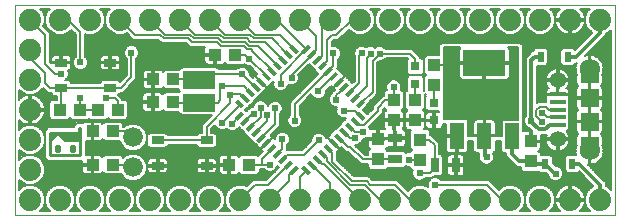
<source format=gtl>
G75*
%MOIN*%
%OFA0B0*%
%FSLAX25Y25*%
%IPPOS*%
%LPD*%
%AMOC8*
5,1,8,0,0,1.08239X$1,22.5*
%
%ADD10C,0.00000*%
%ADD11R,0.03937X0.04331*%
%ADD12R,0.04331X0.03937*%
%ADD13R,0.03150X0.03150*%
%ADD14R,0.03150X0.04724*%
%ADD15C,0.01000*%
%ADD16C,0.06600*%
%ADD17C,0.07400*%
%ADD18R,0.03150X0.01378*%
%ADD19R,0.04724X0.03150*%
%ADD20R,0.02480X0.03268*%
%ADD21R,0.04800X0.08800*%
%ADD22R,0.14173X0.08661*%
%ADD23R,0.05315X0.01575*%
%ADD24R,0.06102X0.05906*%
%ADD25C,0.06791*%
%ADD26C,0.05346*%
%ADD27R,0.04134X0.02559*%
%ADD28R,0.10630X0.05906*%
%ADD29C,0.00600*%
%ADD30C,0.02381*%
%ADD31C,0.01200*%
D10*
X0027595Y0218000D02*
X0027595Y0288000D01*
X0227595Y0288000D01*
X0227595Y0218000D01*
X0027595Y0218000D01*
D11*
X0148595Y0236454D03*
X0148595Y0243146D03*
X0153895Y0249454D03*
X0160995Y0249554D03*
X0160995Y0256246D03*
X0153895Y0256146D03*
X0167295Y0261154D03*
X0167295Y0267846D03*
X0162595Y0243046D03*
X0162595Y0236354D03*
X0199495Y0235754D03*
X0199495Y0242446D03*
D12*
X0105658Y0234666D03*
X0098965Y0234666D03*
X0080242Y0255500D03*
X0073549Y0255500D03*
X0073649Y0263100D03*
X0080342Y0263100D03*
X0094149Y0271300D03*
X0100842Y0271300D03*
X0061942Y0253000D03*
X0055249Y0253000D03*
X0049142Y0253000D03*
X0042449Y0253000D03*
X0053449Y0245800D03*
X0060142Y0245800D03*
X0060142Y0234700D03*
X0053449Y0234700D03*
D13*
X0160995Y0261547D03*
X0160995Y0267453D03*
X0167295Y0255353D03*
X0167295Y0249447D03*
D14*
X0167452Y0234500D03*
X0174538Y0234500D03*
D15*
X0049395Y0237800D02*
X0049395Y0242800D01*
X0044395Y0242800D01*
X0041895Y0245300D01*
X0039395Y0242800D01*
X0039395Y0237800D01*
X0049395Y0237800D01*
X0047395Y0239300D02*
X0046395Y0239300D01*
X0046395Y0240800D01*
X0047395Y0240800D01*
X0047395Y0239300D01*
X0049395Y0242800D02*
X0049395Y0245300D01*
X0041895Y0245300D01*
X0039395Y0245300D01*
X0039395Y0242800D01*
X0039895Y0244300D02*
X0040395Y0244800D01*
X0039895Y0244800D01*
X0043395Y0244800D02*
X0044395Y0243800D01*
X0048895Y0243800D01*
X0048895Y0244800D01*
X0044395Y0244800D01*
X0042395Y0240800D02*
X0042395Y0239300D01*
X0041395Y0239300D01*
X0041395Y0240800D01*
X0042395Y0240800D01*
X0048895Y0245800D02*
X0048895Y0246800D01*
X0049395Y0246800D01*
X0049395Y0245300D01*
D16*
X0066995Y0243800D03*
X0066995Y0233800D03*
D17*
X0062595Y0223000D03*
X0052595Y0223000D03*
X0042595Y0223000D03*
X0032595Y0223000D03*
X0032595Y0233000D03*
X0032595Y0243000D03*
X0032595Y0253000D03*
X0032595Y0263000D03*
X0032595Y0273000D03*
X0032595Y0283000D03*
X0042595Y0283000D03*
X0052595Y0283000D03*
X0062595Y0283000D03*
X0072595Y0283000D03*
X0082595Y0283000D03*
X0092595Y0283000D03*
X0102595Y0283000D03*
X0112595Y0283000D03*
X0122595Y0283000D03*
X0132595Y0283000D03*
X0142595Y0283000D03*
X0152595Y0283000D03*
X0162595Y0283000D03*
X0172595Y0283000D03*
X0182595Y0283000D03*
X0192595Y0283000D03*
X0202595Y0283000D03*
X0212595Y0283000D03*
X0222595Y0283000D03*
X0222595Y0223000D03*
X0212595Y0223000D03*
X0202595Y0223000D03*
X0192595Y0223000D03*
X0182595Y0223000D03*
X0172595Y0223000D03*
X0162595Y0223000D03*
X0152595Y0223000D03*
X0142595Y0223000D03*
X0132595Y0223000D03*
X0122595Y0223000D03*
X0112595Y0223000D03*
X0102595Y0223000D03*
X0092595Y0223000D03*
X0082595Y0223000D03*
X0072595Y0223000D03*
D18*
G36*
X0108050Y0243048D02*
X0110276Y0245274D01*
X0111250Y0244300D01*
X0109024Y0242074D01*
X0108050Y0243048D01*
G37*
G36*
X0106241Y0244858D02*
X0108467Y0247084D01*
X0109441Y0246110D01*
X0107215Y0243884D01*
X0106241Y0244858D01*
G37*
G36*
X0104431Y0246667D02*
X0106657Y0248893D01*
X0107631Y0247919D01*
X0105405Y0245693D01*
X0104431Y0246667D01*
G37*
G36*
X0102621Y0248477D02*
X0104847Y0250703D01*
X0105821Y0249729D01*
X0103595Y0247503D01*
X0102621Y0248477D01*
G37*
G36*
X0100812Y0250286D02*
X0103038Y0252512D01*
X0104012Y0251538D01*
X0101786Y0249312D01*
X0100812Y0250286D01*
G37*
G36*
X0103038Y0253488D02*
X0100812Y0255714D01*
X0101786Y0256688D01*
X0104012Y0254462D01*
X0103038Y0253488D01*
G37*
G36*
X0104847Y0255297D02*
X0102621Y0257523D01*
X0103595Y0258497D01*
X0105821Y0256271D01*
X0104847Y0255297D01*
G37*
G36*
X0106657Y0257107D02*
X0104431Y0259333D01*
X0105405Y0260307D01*
X0107631Y0258081D01*
X0106657Y0257107D01*
G37*
G36*
X0108467Y0258916D02*
X0106241Y0261142D01*
X0107215Y0262116D01*
X0109441Y0259890D01*
X0108467Y0258916D01*
G37*
G36*
X0110276Y0260726D02*
X0108050Y0262952D01*
X0109024Y0263926D01*
X0111250Y0261700D01*
X0110276Y0260726D01*
G37*
G36*
X0110834Y0265736D02*
X0113060Y0263510D01*
X0112086Y0262536D01*
X0109860Y0264762D01*
X0110834Y0265736D01*
G37*
G36*
X0112643Y0267545D02*
X0114869Y0265319D01*
X0113895Y0264345D01*
X0111669Y0266571D01*
X0112643Y0267545D01*
G37*
G36*
X0114453Y0269355D02*
X0116679Y0267129D01*
X0115705Y0266155D01*
X0113479Y0268381D01*
X0114453Y0269355D01*
G37*
G36*
X0116262Y0271164D02*
X0118488Y0268938D01*
X0117514Y0267964D01*
X0115288Y0270190D01*
X0116262Y0271164D01*
G37*
G36*
X0118072Y0272974D02*
X0120298Y0270748D01*
X0119324Y0269774D01*
X0117098Y0272000D01*
X0118072Y0272974D01*
G37*
G36*
X0119881Y0274783D02*
X0122107Y0272557D01*
X0121133Y0271583D01*
X0118907Y0273809D01*
X0119881Y0274783D01*
G37*
G36*
X0123083Y0272557D02*
X0125309Y0274783D01*
X0126283Y0273809D01*
X0124057Y0271583D01*
X0123083Y0272557D01*
G37*
G36*
X0124893Y0270748D02*
X0127119Y0272974D01*
X0128093Y0272000D01*
X0125867Y0269774D01*
X0124893Y0270748D01*
G37*
G36*
X0126702Y0268938D02*
X0128928Y0271164D01*
X0129902Y0270190D01*
X0127676Y0267964D01*
X0126702Y0268938D01*
G37*
G36*
X0128512Y0267129D02*
X0130738Y0269355D01*
X0131712Y0268381D01*
X0129486Y0266155D01*
X0128512Y0267129D01*
G37*
G36*
X0130321Y0265319D02*
X0132547Y0267545D01*
X0133521Y0266571D01*
X0131295Y0264345D01*
X0130321Y0265319D01*
G37*
G36*
X0135331Y0264762D02*
X0133105Y0262536D01*
X0132131Y0263510D01*
X0134357Y0265736D01*
X0135331Y0264762D01*
G37*
G36*
X0137140Y0262952D02*
X0134914Y0260726D01*
X0133940Y0261700D01*
X0136166Y0263926D01*
X0137140Y0262952D01*
G37*
G36*
X0138950Y0261142D02*
X0136724Y0258916D01*
X0135750Y0259890D01*
X0137976Y0262116D01*
X0138950Y0261142D01*
G37*
G36*
X0140759Y0259333D02*
X0138533Y0257107D01*
X0137559Y0258081D01*
X0139785Y0260307D01*
X0140759Y0259333D01*
G37*
G36*
X0142569Y0257523D02*
X0140343Y0255297D01*
X0139369Y0256271D01*
X0141595Y0258497D01*
X0142569Y0257523D01*
G37*
G36*
X0144378Y0255714D02*
X0142152Y0253488D01*
X0141178Y0254462D01*
X0143404Y0256688D01*
X0144378Y0255714D01*
G37*
G36*
X0142152Y0252512D02*
X0144378Y0250286D01*
X0143404Y0249312D01*
X0141178Y0251538D01*
X0142152Y0252512D01*
G37*
G36*
X0140343Y0250703D02*
X0142569Y0248477D01*
X0141595Y0247503D01*
X0139369Y0249729D01*
X0140343Y0250703D01*
G37*
G36*
X0138533Y0248893D02*
X0140759Y0246667D01*
X0139785Y0245693D01*
X0137559Y0247919D01*
X0138533Y0248893D01*
G37*
G36*
X0136724Y0247084D02*
X0138950Y0244858D01*
X0137976Y0243884D01*
X0135750Y0246110D01*
X0136724Y0247084D01*
G37*
G36*
X0134914Y0245274D02*
X0137140Y0243048D01*
X0136166Y0242074D01*
X0133940Y0244300D01*
X0134914Y0245274D01*
G37*
G36*
X0134357Y0240264D02*
X0132131Y0242490D01*
X0133105Y0243464D01*
X0135331Y0241238D01*
X0134357Y0240264D01*
G37*
G36*
X0132547Y0238455D02*
X0130321Y0240681D01*
X0131295Y0241655D01*
X0133521Y0239429D01*
X0132547Y0238455D01*
G37*
G36*
X0130738Y0236645D02*
X0128512Y0238871D01*
X0129486Y0239845D01*
X0131712Y0237619D01*
X0130738Y0236645D01*
G37*
G36*
X0128928Y0234836D02*
X0126702Y0237062D01*
X0127676Y0238036D01*
X0129902Y0235810D01*
X0128928Y0234836D01*
G37*
G36*
X0127119Y0233026D02*
X0124893Y0235252D01*
X0125867Y0236226D01*
X0128093Y0234000D01*
X0127119Y0233026D01*
G37*
G36*
X0125309Y0231217D02*
X0123083Y0233443D01*
X0124057Y0234417D01*
X0126283Y0232191D01*
X0125309Y0231217D01*
G37*
G36*
X0122107Y0233443D02*
X0119881Y0231217D01*
X0118907Y0232191D01*
X0121133Y0234417D01*
X0122107Y0233443D01*
G37*
G36*
X0120298Y0235252D02*
X0118072Y0233026D01*
X0117098Y0234000D01*
X0119324Y0236226D01*
X0120298Y0235252D01*
G37*
G36*
X0118488Y0237062D02*
X0116262Y0234836D01*
X0115288Y0235810D01*
X0117514Y0238036D01*
X0118488Y0237062D01*
G37*
G36*
X0116679Y0238871D02*
X0114453Y0236645D01*
X0113479Y0237619D01*
X0115705Y0239845D01*
X0116679Y0238871D01*
G37*
G36*
X0114869Y0240681D02*
X0112643Y0238455D01*
X0111669Y0239429D01*
X0113895Y0241655D01*
X0114869Y0240681D01*
G37*
G36*
X0109860Y0241238D02*
X0112086Y0243464D01*
X0113060Y0242490D01*
X0110834Y0240264D01*
X0109860Y0241238D01*
G37*
D19*
X0154295Y0243543D03*
X0154295Y0236457D03*
D20*
X0204268Y0235000D03*
X0213323Y0235000D03*
X0211923Y0270600D03*
X0202868Y0270600D03*
D21*
X0193162Y0244146D03*
X0184062Y0244146D03*
X0174962Y0244146D03*
D22*
X0184062Y0268547D03*
D23*
X0208468Y0258107D03*
X0208468Y0255548D03*
X0208468Y0252989D03*
X0208468Y0250430D03*
X0208468Y0247871D03*
D24*
X0219098Y0249052D03*
X0219098Y0256926D03*
X0219098Y0264997D03*
X0219098Y0240981D03*
D25*
X0219098Y0239426D03*
X0219098Y0266552D03*
D26*
X0208468Y0262831D03*
X0208468Y0243146D03*
D27*
X0091464Y0242832D03*
X0091464Y0234368D03*
X0075126Y0234368D03*
X0075126Y0242832D03*
X0059364Y0260268D03*
X0059364Y0268732D03*
X0043026Y0268732D03*
X0043026Y0260268D03*
D28*
X0088995Y0262840D03*
X0088995Y0255360D03*
D29*
X0089055Y0255300D01*
X0095195Y0255300D01*
X0096005Y0256109D01*
X0096005Y0260066D01*
X0096829Y0260891D01*
X0101595Y0260891D01*
X0101895Y0260891D01*
X0103847Y0260891D01*
X0106031Y0258707D01*
X0107641Y0260555D02*
X0103395Y0264800D01*
X0103295Y0264900D01*
X0091055Y0264900D01*
X0088995Y0262840D01*
X0088735Y0263100D01*
X0080342Y0263100D01*
X0082380Y0259831D02*
X0082380Y0259349D01*
X0082629Y0259100D01*
X0082380Y0258851D01*
X0082380Y0258768D01*
X0077538Y0258768D01*
X0076857Y0258088D01*
X0076754Y0258267D01*
X0076512Y0258509D01*
X0076216Y0258680D01*
X0075885Y0258768D01*
X0073849Y0258768D01*
X0073849Y0255800D01*
X0073249Y0255800D01*
X0073249Y0258768D01*
X0071212Y0258768D01*
X0070882Y0258680D01*
X0070585Y0258509D01*
X0070343Y0258267D01*
X0070172Y0257970D01*
X0070083Y0257640D01*
X0070083Y0255800D01*
X0073249Y0255800D01*
X0073249Y0255200D01*
X0073849Y0255200D01*
X0073849Y0252231D01*
X0075885Y0252231D01*
X0076216Y0252320D01*
X0076512Y0252491D01*
X0076754Y0252733D01*
X0076857Y0252912D01*
X0077538Y0252231D01*
X0082380Y0252231D01*
X0082380Y0251869D01*
X0083142Y0251107D01*
X0093140Y0251107D01*
X0090802Y0248769D01*
X0089864Y0247832D01*
X0089864Y0245412D01*
X0088859Y0245412D01*
X0088098Y0244650D01*
X0088098Y0244432D01*
X0078493Y0244432D01*
X0078493Y0244650D01*
X0077731Y0245412D01*
X0072520Y0245412D01*
X0071759Y0244650D01*
X0071759Y0241014D01*
X0072520Y0240253D01*
X0077731Y0240253D01*
X0078493Y0241014D01*
X0078493Y0241232D01*
X0088098Y0241232D01*
X0088098Y0241014D01*
X0088859Y0240253D01*
X0094070Y0240253D01*
X0094831Y0241014D01*
X0094831Y0244650D01*
X0094070Y0245412D01*
X0093064Y0245412D01*
X0093064Y0246507D01*
X0094339Y0247781D01*
X0094584Y0247189D01*
X0095284Y0246489D01*
X0096200Y0246109D01*
X0097191Y0246109D01*
X0098106Y0246489D01*
X0098245Y0246628D01*
X0098584Y0246289D01*
X0099500Y0245909D01*
X0100491Y0245909D01*
X0101406Y0246289D01*
X0102107Y0246989D01*
X0102154Y0247104D01*
X0103057Y0246202D01*
X0103130Y0246202D01*
X0103130Y0246128D01*
X0104866Y0244392D01*
X0104940Y0244392D01*
X0104940Y0244319D01*
X0106676Y0242583D01*
X0106749Y0242583D01*
X0106749Y0242509D01*
X0108485Y0240773D01*
X0108638Y0240773D01*
X0108647Y0240736D01*
X0108819Y0240440D01*
X0109395Y0239863D01*
X0111397Y0241864D01*
X0111460Y0241801D01*
X0109458Y0239800D01*
X0110035Y0239223D01*
X0110124Y0239172D01*
X0109232Y0238281D01*
X0108624Y0237672D01*
X0108362Y0237934D01*
X0102954Y0237934D01*
X0102274Y0237254D01*
X0102171Y0237432D01*
X0101929Y0237674D01*
X0101632Y0237845D01*
X0101302Y0237934D01*
X0099265Y0237934D01*
X0099265Y0234966D01*
X0098665Y0234966D01*
X0098665Y0237934D01*
X0096629Y0237934D01*
X0096298Y0237845D01*
X0096002Y0237674D01*
X0095760Y0237432D01*
X0095589Y0237136D01*
X0095500Y0236805D01*
X0095500Y0234965D01*
X0098665Y0234965D01*
X0098665Y0234366D01*
X0095500Y0234366D01*
X0095500Y0232526D01*
X0095589Y0232195D01*
X0095760Y0231899D01*
X0096002Y0231657D01*
X0096298Y0231486D01*
X0096629Y0231397D01*
X0098665Y0231397D01*
X0098665Y0234365D01*
X0099265Y0234365D01*
X0099265Y0231397D01*
X0101302Y0231397D01*
X0101632Y0231486D01*
X0101929Y0231657D01*
X0102171Y0231899D01*
X0102274Y0232077D01*
X0102954Y0231397D01*
X0108362Y0231397D01*
X0109124Y0232159D01*
X0109124Y0233100D01*
X0110673Y0233100D01*
X0111184Y0232589D01*
X0112100Y0232209D01*
X0113091Y0232209D01*
X0114006Y0232589D01*
X0114707Y0233289D01*
X0115076Y0234182D01*
X0115495Y0233763D01*
X0111332Y0229600D01*
X0106932Y0229600D01*
X0104822Y0227490D01*
X0103590Y0228000D01*
X0101601Y0228000D01*
X0099763Y0227239D01*
X0098356Y0225832D01*
X0097595Y0223995D01*
X0096834Y0225832D01*
X0095427Y0227239D01*
X0093590Y0228000D01*
X0091601Y0228000D01*
X0089763Y0227239D01*
X0088356Y0225832D01*
X0087595Y0223995D01*
X0086834Y0225832D01*
X0085427Y0227239D01*
X0083590Y0228000D01*
X0081601Y0228000D01*
X0079763Y0227239D01*
X0078356Y0225832D01*
X0077595Y0223995D01*
X0076834Y0225832D01*
X0075427Y0227239D01*
X0073590Y0228000D01*
X0071601Y0228000D01*
X0069763Y0227239D01*
X0068356Y0225832D01*
X0067595Y0223995D01*
X0066834Y0225832D01*
X0065427Y0227239D01*
X0063590Y0228000D01*
X0061601Y0228000D01*
X0059763Y0227239D01*
X0058356Y0225832D01*
X0057595Y0223995D01*
X0056834Y0225832D01*
X0055427Y0227239D01*
X0053590Y0228000D01*
X0051601Y0228000D01*
X0049763Y0227239D01*
X0048356Y0225832D01*
X0047595Y0223995D01*
X0046834Y0225832D01*
X0045427Y0227239D01*
X0043590Y0228000D01*
X0041601Y0228000D01*
X0039763Y0227239D01*
X0038356Y0225832D01*
X0037595Y0223995D01*
X0036834Y0225832D01*
X0035427Y0227239D01*
X0033590Y0228000D01*
X0035427Y0228761D01*
X0036834Y0230168D01*
X0037595Y0232005D01*
X0037595Y0233995D01*
X0036834Y0235832D01*
X0035427Y0237239D01*
X0033590Y0238000D01*
X0035427Y0238761D01*
X0036834Y0240168D01*
X0037595Y0242005D01*
X0037595Y0243995D01*
X0036834Y0245832D01*
X0035427Y0247239D01*
X0033590Y0248000D01*
X0031601Y0248000D01*
X0029763Y0247239D01*
X0028895Y0246371D01*
X0028895Y0249629D01*
X0029338Y0249186D01*
X0029975Y0248724D01*
X0030676Y0248366D01*
X0031424Y0248123D01*
X0032202Y0248000D01*
X0032295Y0248000D01*
X0032295Y0252700D01*
X0032895Y0252700D01*
X0032895Y0248000D01*
X0032989Y0248000D01*
X0033766Y0248123D01*
X0034514Y0248366D01*
X0035216Y0248724D01*
X0035852Y0249186D01*
X0036409Y0249743D01*
X0036872Y0250379D01*
X0037229Y0251081D01*
X0037472Y0251829D01*
X0037595Y0252606D01*
X0037595Y0252700D01*
X0032895Y0252700D01*
X0032895Y0253300D01*
X0032295Y0253300D01*
X0032295Y0258000D01*
X0032202Y0258000D01*
X0031424Y0257877D01*
X0030676Y0257634D01*
X0029975Y0257276D01*
X0029338Y0256814D01*
X0028895Y0256371D01*
X0028895Y0259629D01*
X0029763Y0258761D01*
X0031601Y0258000D01*
X0033590Y0258000D01*
X0035427Y0258761D01*
X0036834Y0260168D01*
X0036931Y0260402D01*
X0038732Y0258600D01*
X0039659Y0258600D01*
X0039659Y0258450D01*
X0040420Y0257688D01*
X0041426Y0257688D01*
X0041426Y0256268D01*
X0039745Y0256268D01*
X0038983Y0255507D01*
X0038983Y0250493D01*
X0039745Y0249731D01*
X0045153Y0249731D01*
X0045795Y0250374D01*
X0046438Y0249731D01*
X0051845Y0249731D01*
X0052195Y0250081D01*
X0052545Y0249731D01*
X0057953Y0249731D01*
X0058595Y0250374D01*
X0059238Y0249731D01*
X0064645Y0249731D01*
X0065407Y0250493D01*
X0065407Y0255507D01*
X0064645Y0256268D01*
X0063395Y0256268D01*
X0063395Y0256463D01*
X0062458Y0257400D01*
X0062070Y0257788D01*
X0062731Y0258450D01*
X0062731Y0258668D01*
X0063526Y0258668D01*
X0067058Y0262200D01*
X0067995Y0263137D01*
X0067995Y0270078D01*
X0068507Y0270589D01*
X0068886Y0271505D01*
X0068886Y0272495D01*
X0068507Y0273411D01*
X0067806Y0274111D01*
X0066891Y0274491D01*
X0065900Y0274491D01*
X0064984Y0274111D01*
X0064284Y0273411D01*
X0063905Y0272495D01*
X0063905Y0271505D01*
X0064284Y0270589D01*
X0064795Y0270078D01*
X0064795Y0264463D01*
X0062575Y0262242D01*
X0061970Y0262847D01*
X0056759Y0262847D01*
X0055998Y0262086D01*
X0055998Y0261868D01*
X0046393Y0261868D01*
X0046393Y0262086D01*
X0045631Y0262847D01*
X0044306Y0262847D01*
X0044406Y0262889D01*
X0045107Y0263589D01*
X0045486Y0264505D01*
X0045486Y0265495D01*
X0045213Y0266153D01*
X0045264Y0266153D01*
X0045595Y0266241D01*
X0045891Y0266413D01*
X0046133Y0266655D01*
X0046304Y0266951D01*
X0046393Y0267282D01*
X0046393Y0268432D01*
X0043326Y0268432D01*
X0043326Y0269032D01*
X0046393Y0269032D01*
X0046393Y0270183D01*
X0046304Y0270514D01*
X0046133Y0270810D01*
X0045891Y0271052D01*
X0045595Y0271223D01*
X0045264Y0271312D01*
X0043326Y0271312D01*
X0043326Y0269032D01*
X0042726Y0269032D01*
X0042726Y0268432D01*
X0039726Y0268432D01*
X0039195Y0268963D01*
X0039195Y0278663D01*
X0037085Y0280773D01*
X0037595Y0282005D01*
X0038356Y0280168D01*
X0039763Y0278761D01*
X0041601Y0278000D01*
X0043590Y0278000D01*
X0045427Y0278761D01*
X0046299Y0279633D01*
X0047795Y0278137D01*
X0047795Y0270722D01*
X0047284Y0270211D01*
X0046905Y0269295D01*
X0046905Y0268305D01*
X0047284Y0267389D01*
X0047984Y0266689D01*
X0048900Y0266309D01*
X0049891Y0266309D01*
X0050806Y0266689D01*
X0051507Y0267389D01*
X0051886Y0268305D01*
X0051886Y0269295D01*
X0051507Y0270211D01*
X0050995Y0270722D01*
X0050995Y0278251D01*
X0051601Y0278000D01*
X0053590Y0278000D01*
X0055427Y0278761D01*
X0056834Y0280168D01*
X0057595Y0282005D01*
X0058356Y0280168D01*
X0059763Y0278761D01*
X0061601Y0278000D01*
X0063590Y0278000D01*
X0064822Y0278510D01*
X0066932Y0276400D01*
X0075232Y0276400D01*
X0076432Y0275200D01*
X0084732Y0275200D01*
X0085932Y0274000D01*
X0090905Y0274000D01*
X0090772Y0273770D01*
X0090683Y0273440D01*
X0090683Y0271600D01*
X0093849Y0271600D01*
X0093849Y0271000D01*
X0094449Y0271000D01*
X0094449Y0268031D01*
X0096485Y0268031D01*
X0096816Y0268120D01*
X0097112Y0268291D01*
X0097354Y0268533D01*
X0097457Y0268712D01*
X0098138Y0268031D01*
X0103545Y0268031D01*
X0103793Y0268280D01*
X0104184Y0267889D01*
X0105100Y0267509D01*
X0105823Y0267509D01*
X0108314Y0265018D01*
X0108225Y0264967D01*
X0107649Y0264390D01*
X0109650Y0262389D01*
X0109587Y0262326D01*
X0107586Y0264327D01*
X0107009Y0263751D01*
X0106899Y0263559D01*
X0105786Y0264672D01*
X0105786Y0265395D01*
X0105407Y0266311D01*
X0104706Y0267011D01*
X0103791Y0267391D01*
X0102800Y0267391D01*
X0101884Y0267011D01*
X0101373Y0266500D01*
X0095441Y0266500D01*
X0094849Y0267093D01*
X0083142Y0267093D01*
X0082417Y0266368D01*
X0077638Y0266368D01*
X0076957Y0265688D01*
X0076854Y0265867D01*
X0076612Y0266109D01*
X0076316Y0266280D01*
X0075985Y0266368D01*
X0073949Y0266368D01*
X0073949Y0263400D01*
X0073349Y0263400D01*
X0073349Y0266368D01*
X0071312Y0266368D01*
X0070982Y0266280D01*
X0070685Y0266109D01*
X0070443Y0265867D01*
X0070272Y0265570D01*
X0070183Y0265240D01*
X0070183Y0263400D01*
X0073349Y0263400D01*
X0073349Y0262800D01*
X0073949Y0262800D01*
X0073949Y0259831D01*
X0075985Y0259831D01*
X0076316Y0259920D01*
X0076612Y0260091D01*
X0076854Y0260333D01*
X0076957Y0260512D01*
X0077638Y0259831D01*
X0082380Y0259831D01*
X0082432Y0259297D02*
X0064155Y0259297D01*
X0063557Y0258699D02*
X0070952Y0258699D01*
X0070247Y0258100D02*
X0062382Y0258100D01*
X0062356Y0257502D02*
X0070083Y0257502D01*
X0070083Y0256903D02*
X0062955Y0256903D01*
X0063395Y0256305D02*
X0070083Y0256305D01*
X0070083Y0255200D02*
X0070083Y0253360D01*
X0070172Y0253030D01*
X0070343Y0252733D01*
X0070585Y0252491D01*
X0070882Y0252320D01*
X0071212Y0252231D01*
X0073249Y0252231D01*
X0073249Y0255200D01*
X0070083Y0255200D01*
X0070083Y0255108D02*
X0065407Y0255108D01*
X0065407Y0254509D02*
X0070083Y0254509D01*
X0070083Y0253911D02*
X0065407Y0253911D01*
X0065407Y0253312D02*
X0070096Y0253312D01*
X0070363Y0252714D02*
X0065407Y0252714D01*
X0065407Y0252115D02*
X0082380Y0252115D01*
X0082732Y0251517D02*
X0065407Y0251517D01*
X0065407Y0250918D02*
X0092951Y0250918D01*
X0092352Y0250320D02*
X0065234Y0250320D01*
X0066080Y0248400D02*
X0064389Y0247700D01*
X0064090Y0247400D01*
X0063607Y0247400D01*
X0063607Y0248307D01*
X0062845Y0249068D01*
X0057438Y0249068D01*
X0056757Y0248388D01*
X0056654Y0248567D01*
X0056412Y0248809D01*
X0056116Y0248980D01*
X0055785Y0249068D01*
X0053749Y0249068D01*
X0053749Y0246100D01*
X0053149Y0246100D01*
X0053149Y0249068D01*
X0051112Y0249068D01*
X0050782Y0248980D01*
X0050485Y0248809D01*
X0050243Y0248567D01*
X0050218Y0248523D01*
X0050141Y0248600D01*
X0048150Y0248600D01*
X0047095Y0247546D01*
X0047095Y0247100D01*
X0038650Y0247100D01*
X0037595Y0246046D01*
X0037595Y0237054D01*
X0038650Y0236000D01*
X0049983Y0236000D01*
X0049983Y0235000D01*
X0053149Y0235000D01*
X0053149Y0237968D01*
X0051195Y0237968D01*
X0051195Y0242531D01*
X0053149Y0242531D01*
X0053149Y0245500D01*
X0053749Y0245500D01*
X0053749Y0242531D01*
X0055785Y0242531D01*
X0056116Y0242620D01*
X0056412Y0242791D01*
X0056654Y0243033D01*
X0056757Y0243212D01*
X0057438Y0242531D01*
X0062542Y0242531D01*
X0063095Y0241194D01*
X0064389Y0239900D01*
X0066080Y0239200D01*
X0067910Y0239200D01*
X0069601Y0239900D01*
X0070895Y0241194D01*
X0071595Y0242885D01*
X0071595Y0244715D01*
X0070895Y0246406D01*
X0069601Y0247700D01*
X0067910Y0248400D01*
X0066080Y0248400D01*
X0064935Y0247926D02*
X0063607Y0247926D01*
X0063390Y0248524D02*
X0090556Y0248524D01*
X0089958Y0247926D02*
X0069055Y0247926D01*
X0069973Y0247327D02*
X0089864Y0247327D01*
X0089864Y0246729D02*
X0070572Y0246729D01*
X0071009Y0246130D02*
X0089864Y0246130D01*
X0089864Y0245532D02*
X0071257Y0245532D01*
X0071505Y0244933D02*
X0072042Y0244933D01*
X0071759Y0244334D02*
X0071595Y0244334D01*
X0071595Y0243736D02*
X0071759Y0243736D01*
X0071759Y0243137D02*
X0071595Y0243137D01*
X0071452Y0242539D02*
X0071759Y0242539D01*
X0071759Y0241940D02*
X0071204Y0241940D01*
X0070956Y0241342D02*
X0071759Y0241342D01*
X0072030Y0240743D02*
X0070444Y0240743D01*
X0069845Y0240145D02*
X0109114Y0240145D01*
X0109677Y0240145D02*
X0109803Y0240145D01*
X0109712Y0239546D02*
X0068746Y0239546D01*
X0068032Y0238349D02*
X0109301Y0238349D01*
X0108702Y0237751D02*
X0108545Y0237751D01*
X0109895Y0236681D02*
X0109895Y0234700D01*
X0112595Y0234700D01*
X0110810Y0232963D02*
X0109124Y0232963D01*
X0109124Y0232364D02*
X0111726Y0232364D01*
X0112900Y0231167D02*
X0070868Y0231167D01*
X0070895Y0231194D02*
X0071595Y0232885D01*
X0071595Y0234715D01*
X0070895Y0236406D01*
X0069601Y0237700D01*
X0067910Y0238400D01*
X0066080Y0238400D01*
X0064389Y0237700D01*
X0063607Y0236917D01*
X0063607Y0237207D01*
X0062845Y0237968D01*
X0057438Y0237968D01*
X0056757Y0237288D01*
X0056654Y0237467D01*
X0056412Y0237709D01*
X0056116Y0237880D01*
X0055785Y0237968D01*
X0053749Y0237968D01*
X0053749Y0235000D01*
X0053149Y0235000D01*
X0053149Y0234400D01*
X0053749Y0234400D01*
X0053749Y0231431D01*
X0055785Y0231431D01*
X0056116Y0231520D01*
X0056412Y0231691D01*
X0056654Y0231933D01*
X0056757Y0232112D01*
X0057438Y0231431D01*
X0062845Y0231431D01*
X0062953Y0231539D01*
X0063095Y0231194D01*
X0064389Y0229900D01*
X0066080Y0229200D01*
X0067910Y0229200D01*
X0069601Y0229900D01*
X0070895Y0231194D01*
X0071132Y0231766D02*
X0095893Y0231766D01*
X0095543Y0232364D02*
X0094615Y0232364D01*
X0094572Y0232290D02*
X0094743Y0232586D01*
X0094831Y0232917D01*
X0094831Y0234068D01*
X0091764Y0234068D01*
X0091764Y0231788D01*
X0093703Y0231788D01*
X0094033Y0231877D01*
X0094330Y0232048D01*
X0094572Y0232290D01*
X0094831Y0232963D02*
X0095500Y0232963D01*
X0095500Y0233561D02*
X0094831Y0233561D01*
X0095500Y0234160D02*
X0091764Y0234160D01*
X0091764Y0234068D02*
X0091764Y0234668D01*
X0091164Y0234668D01*
X0091164Y0234068D01*
X0088098Y0234068D01*
X0088098Y0232917D01*
X0088186Y0232586D01*
X0088357Y0232290D01*
X0088599Y0232048D01*
X0088896Y0231877D01*
X0089226Y0231788D01*
X0091164Y0231788D01*
X0091164Y0234068D01*
X0091764Y0234068D01*
X0091764Y0233561D02*
X0091164Y0233561D01*
X0091164Y0232963D02*
X0091764Y0232963D01*
X0091764Y0232364D02*
X0091164Y0232364D01*
X0091164Y0234160D02*
X0075426Y0234160D01*
X0075426Y0234068D02*
X0075426Y0234668D01*
X0074826Y0234668D01*
X0074826Y0236947D01*
X0072888Y0236947D01*
X0072557Y0236859D01*
X0072261Y0236687D01*
X0072019Y0236445D01*
X0071848Y0236149D01*
X0071759Y0235818D01*
X0071759Y0234668D01*
X0074826Y0234668D01*
X0074826Y0234068D01*
X0071759Y0234068D01*
X0071759Y0232917D01*
X0071848Y0232586D01*
X0072019Y0232290D01*
X0072261Y0232048D01*
X0072557Y0231877D01*
X0072888Y0231788D01*
X0074826Y0231788D01*
X0074826Y0234068D01*
X0075426Y0234068D01*
X0078493Y0234068D01*
X0078493Y0232917D01*
X0078404Y0232586D01*
X0078233Y0232290D01*
X0077991Y0232048D01*
X0077695Y0231877D01*
X0077364Y0231788D01*
X0075426Y0231788D01*
X0075426Y0234068D01*
X0075426Y0233561D02*
X0074826Y0233561D01*
X0074826Y0232963D02*
X0075426Y0232963D01*
X0075426Y0232364D02*
X0074826Y0232364D01*
X0074826Y0234160D02*
X0071595Y0234160D01*
X0071577Y0234758D02*
X0071759Y0234758D01*
X0071759Y0235357D02*
X0071329Y0235357D01*
X0071081Y0235955D02*
X0071796Y0235955D01*
X0072127Y0236554D02*
X0070747Y0236554D01*
X0070148Y0237152D02*
X0095598Y0237152D01*
X0095500Y0236554D02*
X0094463Y0236554D01*
X0094572Y0236445D02*
X0094330Y0236687D01*
X0094033Y0236859D01*
X0093703Y0236947D01*
X0091764Y0236947D01*
X0091764Y0234668D01*
X0094831Y0234668D01*
X0094831Y0235818D01*
X0094743Y0236149D01*
X0094572Y0236445D01*
X0094795Y0235955D02*
X0095500Y0235955D01*
X0095500Y0235357D02*
X0094831Y0235357D01*
X0094831Y0234758D02*
X0098665Y0234758D01*
X0098665Y0234160D02*
X0099265Y0234160D01*
X0099265Y0233561D02*
X0098665Y0233561D01*
X0098665Y0232963D02*
X0099265Y0232963D01*
X0099265Y0232364D02*
X0098665Y0232364D01*
X0098665Y0231766D02*
X0099265Y0231766D01*
X0102038Y0231766D02*
X0102586Y0231766D01*
X0105658Y0234666D02*
X0105693Y0234700D01*
X0109895Y0234700D01*
X0109895Y0236681D02*
X0113269Y0240055D01*
X0113250Y0240055D01*
X0112595Y0239400D01*
X0111000Y0241342D02*
X0110874Y0241342D01*
X0110402Y0240743D02*
X0110276Y0240743D01*
X0108646Y0240743D02*
X0094561Y0240743D01*
X0094831Y0241342D02*
X0107917Y0241342D01*
X0107318Y0241940D02*
X0094831Y0241940D01*
X0094831Y0242539D02*
X0106749Y0242539D01*
X0106121Y0243137D02*
X0094831Y0243137D01*
X0094831Y0243736D02*
X0105522Y0243736D01*
X0104940Y0244334D02*
X0094831Y0244334D01*
X0094549Y0244933D02*
X0104325Y0244933D01*
X0103727Y0245532D02*
X0093064Y0245532D01*
X0093064Y0246130D02*
X0096150Y0246130D01*
X0097240Y0246130D02*
X0098967Y0246130D01*
X0101023Y0246130D02*
X0103130Y0246130D01*
X0102530Y0246729D02*
X0101846Y0246729D01*
X0099995Y0248400D02*
X0102412Y0250817D01*
X0102412Y0250912D01*
X0104221Y0249103D02*
X0104298Y0249103D01*
X0106695Y0251500D01*
X0107195Y0251500D01*
X0109495Y0250700D02*
X0106088Y0247293D01*
X0106031Y0247293D01*
X0107841Y0245484D02*
X0107879Y0245484D01*
X0111695Y0249300D01*
X0111695Y0251400D01*
X0109495Y0250700D02*
X0109495Y0253600D01*
X0107176Y0254509D02*
X0105899Y0254509D01*
X0105386Y0253997D02*
X0107122Y0255733D01*
X0107122Y0255806D01*
X0107196Y0255806D01*
X0108932Y0257542D01*
X0108932Y0257616D01*
X0109005Y0257616D01*
X0110741Y0259352D01*
X0110741Y0259504D01*
X0110778Y0259514D01*
X0111075Y0259685D01*
X0111651Y0260262D01*
X0109650Y0262263D01*
X0109713Y0262326D01*
X0111714Y0260325D01*
X0112291Y0260901D01*
X0112462Y0261198D01*
X0112472Y0261235D01*
X0112624Y0261235D01*
X0113860Y0262470D01*
X0113705Y0262095D01*
X0113705Y0261105D01*
X0114084Y0260189D01*
X0114784Y0259489D01*
X0115700Y0259109D01*
X0116691Y0259109D01*
X0117606Y0259489D01*
X0118307Y0260189D01*
X0118686Y0261105D01*
X0118686Y0261364D01*
X0119300Y0261109D01*
X0120291Y0261109D01*
X0121206Y0261489D01*
X0121907Y0262189D01*
X0122286Y0263105D01*
X0122286Y0264095D01*
X0122071Y0264613D01*
X0125629Y0268171D01*
X0127137Y0266663D01*
X0127211Y0266663D01*
X0127211Y0266590D01*
X0128757Y0265044D01*
X0127932Y0264219D01*
X0126995Y0263282D01*
X0126995Y0263263D01*
X0119295Y0255563D01*
X0119295Y0251222D01*
X0118784Y0250711D01*
X0118405Y0249795D01*
X0118405Y0248805D01*
X0118784Y0247889D01*
X0119484Y0247189D01*
X0120400Y0246809D01*
X0121391Y0246809D01*
X0122306Y0247189D01*
X0123007Y0247889D01*
X0123386Y0248805D01*
X0123386Y0249795D01*
X0123007Y0250711D01*
X0122495Y0251222D01*
X0122495Y0254237D01*
X0126397Y0258139D01*
X0126584Y0257689D01*
X0127284Y0256989D01*
X0128200Y0256609D01*
X0129191Y0256609D01*
X0130106Y0256989D01*
X0130807Y0257689D01*
X0131186Y0258605D01*
X0131186Y0259328D01*
X0132848Y0260990D01*
X0132899Y0260901D01*
X0133476Y0260325D01*
X0135477Y0262326D01*
X0135540Y0262263D01*
X0133539Y0260262D01*
X0134116Y0259685D01*
X0134180Y0259648D01*
X0132995Y0258463D01*
X0132995Y0258322D01*
X0132484Y0257811D01*
X0132105Y0256895D01*
X0132105Y0255905D01*
X0132484Y0254989D01*
X0133184Y0254289D01*
X0134100Y0253909D01*
X0135042Y0253909D01*
X0134705Y0253095D01*
X0134705Y0252105D01*
X0135084Y0251189D01*
X0135784Y0250489D01*
X0136700Y0250109D01*
X0137691Y0250109D01*
X0138068Y0250266D01*
X0138068Y0250194D01*
X0137994Y0250194D01*
X0136259Y0248458D01*
X0136259Y0248384D01*
X0136185Y0248384D01*
X0134449Y0246648D01*
X0134449Y0246575D01*
X0134375Y0246575D01*
X0132639Y0244839D01*
X0132639Y0244686D01*
X0132603Y0244677D01*
X0132306Y0244505D01*
X0131729Y0243929D01*
X0133731Y0241927D01*
X0133668Y0241864D01*
X0131666Y0243866D01*
X0131230Y0243429D01*
X0130907Y0244211D01*
X0130206Y0244911D01*
X0129291Y0245291D01*
X0128300Y0245291D01*
X0127384Y0244911D01*
X0126684Y0244211D01*
X0126305Y0243295D01*
X0126305Y0242572D01*
X0123332Y0239600D01*
X0118279Y0239600D01*
X0118279Y0241261D01*
X0118807Y0241789D01*
X0119186Y0242705D01*
X0119186Y0243695D01*
X0118807Y0244611D01*
X0118106Y0245311D01*
X0117191Y0245691D01*
X0116200Y0245691D01*
X0115284Y0245311D01*
X0114584Y0244611D01*
X0114205Y0243695D01*
X0114205Y0243109D01*
X0114101Y0243289D01*
X0113524Y0243866D01*
X0111523Y0241864D01*
X0111460Y0241927D01*
X0113461Y0243929D01*
X0112884Y0244505D01*
X0112808Y0244550D01*
X0114958Y0246700D01*
X0115895Y0247637D01*
X0115895Y0251578D01*
X0116407Y0252089D01*
X0116786Y0253005D01*
X0116786Y0253995D01*
X0116407Y0254911D01*
X0115706Y0255611D01*
X0114791Y0255991D01*
X0113800Y0255991D01*
X0112884Y0255611D01*
X0112184Y0254911D01*
X0111916Y0254264D01*
X0111607Y0255011D01*
X0110906Y0255711D01*
X0109991Y0256091D01*
X0109000Y0256091D01*
X0108084Y0255711D01*
X0107384Y0255011D01*
X0107005Y0254095D01*
X0107005Y0253991D01*
X0106700Y0253991D01*
X0105784Y0253611D01*
X0105084Y0252911D01*
X0104907Y0252483D01*
X0104390Y0253000D01*
X0105313Y0253923D01*
X0105313Y0253997D01*
X0105386Y0253997D01*
X0105300Y0253911D02*
X0106507Y0253911D01*
X0105485Y0253312D02*
X0104702Y0253312D01*
X0104676Y0252714D02*
X0105002Y0252714D01*
X0106497Y0255108D02*
X0107481Y0255108D01*
X0107096Y0255706D02*
X0108079Y0255706D01*
X0107694Y0256305D02*
X0120037Y0256305D01*
X0120636Y0256903D02*
X0108293Y0256903D01*
X0108891Y0257502D02*
X0121234Y0257502D01*
X0121833Y0258100D02*
X0109490Y0258100D01*
X0110088Y0258699D02*
X0122431Y0258699D01*
X0123030Y0259297D02*
X0117144Y0259297D01*
X0118013Y0259896D02*
X0123628Y0259896D01*
X0124227Y0260494D02*
X0118433Y0260494D01*
X0118681Y0261093D02*
X0124825Y0261093D01*
X0125424Y0261691D02*
X0121409Y0261691D01*
X0121948Y0262290D02*
X0126022Y0262290D01*
X0126621Y0262888D02*
X0122196Y0262888D01*
X0122286Y0263487D02*
X0127200Y0263487D01*
X0127799Y0264085D02*
X0122286Y0264085D01*
X0122142Y0264684D02*
X0128397Y0264684D01*
X0128518Y0265282D02*
X0122740Y0265282D01*
X0123339Y0265881D02*
X0127920Y0265881D01*
X0127321Y0266479D02*
X0123937Y0266479D01*
X0124536Y0267078D02*
X0126723Y0267078D01*
X0126124Y0267676D02*
X0125134Y0267676D01*
X0128302Y0269564D02*
X0128359Y0269564D01*
X0129795Y0271000D01*
X0129795Y0280200D01*
X0132595Y0283000D01*
X0134701Y0277800D02*
X0139901Y0283000D01*
X0142595Y0283000D01*
X0147165Y0285033D02*
X0148025Y0285033D01*
X0147777Y0284435D02*
X0147413Y0284435D01*
X0147595Y0283995D02*
X0146834Y0285832D01*
X0145966Y0286700D01*
X0149224Y0286700D01*
X0148356Y0285832D01*
X0147595Y0283995D01*
X0147595Y0282005D01*
X0148356Y0280168D01*
X0149763Y0278761D01*
X0151601Y0278000D01*
X0153590Y0278000D01*
X0155427Y0278761D01*
X0156834Y0280168D01*
X0157595Y0282005D01*
X0158356Y0280168D01*
X0159763Y0278761D01*
X0161601Y0278000D01*
X0163590Y0278000D01*
X0165427Y0278761D01*
X0166834Y0280168D01*
X0167595Y0282005D01*
X0168356Y0280168D01*
X0169763Y0278761D01*
X0171601Y0278000D01*
X0173590Y0278000D01*
X0175427Y0278761D01*
X0176834Y0280168D01*
X0177595Y0282005D01*
X0178356Y0280168D01*
X0179763Y0278761D01*
X0181601Y0278000D01*
X0183590Y0278000D01*
X0185427Y0278761D01*
X0186834Y0280168D01*
X0187595Y0282005D01*
X0188356Y0280168D01*
X0189763Y0278761D01*
X0191601Y0278000D01*
X0193590Y0278000D01*
X0195427Y0278761D01*
X0196834Y0280168D01*
X0197595Y0282005D01*
X0198356Y0280168D01*
X0199763Y0278761D01*
X0201601Y0278000D01*
X0203590Y0278000D01*
X0205427Y0278761D01*
X0206834Y0280168D01*
X0207595Y0282005D01*
X0207595Y0283995D01*
X0206834Y0285832D01*
X0205966Y0286700D01*
X0209224Y0286700D01*
X0208781Y0286257D01*
X0208319Y0285621D01*
X0207961Y0284919D01*
X0207718Y0284171D01*
X0207595Y0283394D01*
X0207595Y0283300D01*
X0212295Y0283300D01*
X0212295Y0282700D01*
X0207595Y0282700D01*
X0207595Y0282606D01*
X0207718Y0281829D01*
X0207961Y0281081D01*
X0208319Y0280379D01*
X0208781Y0279743D01*
X0209338Y0279186D01*
X0209975Y0278724D01*
X0210676Y0278366D01*
X0211424Y0278123D01*
X0212202Y0278000D01*
X0212295Y0278000D01*
X0212295Y0282700D01*
X0212895Y0282700D01*
X0212895Y0278000D01*
X0212989Y0278000D01*
X0213766Y0278123D01*
X0214514Y0278366D01*
X0215216Y0278724D01*
X0215852Y0279186D01*
X0216409Y0279743D01*
X0216872Y0280379D01*
X0217229Y0281081D01*
X0217472Y0281829D01*
X0217595Y0282606D01*
X0217595Y0282700D01*
X0212895Y0282700D01*
X0212895Y0283300D01*
X0217595Y0283300D01*
X0217595Y0283394D01*
X0217472Y0284171D01*
X0217229Y0284919D01*
X0216872Y0285621D01*
X0216409Y0286257D01*
X0215966Y0286700D01*
X0219224Y0286700D01*
X0218356Y0285832D01*
X0217595Y0283995D01*
X0217595Y0282005D01*
X0218356Y0280168D01*
X0219763Y0278761D01*
X0219980Y0278671D01*
X0214272Y0272964D01*
X0213701Y0273534D01*
X0210144Y0273534D01*
X0209383Y0272772D01*
X0209383Y0268428D01*
X0210144Y0267666D01*
X0213701Y0267666D01*
X0214463Y0268428D01*
X0214463Y0268700D01*
X0214922Y0268700D01*
X0214746Y0268354D01*
X0214517Y0267652D01*
X0214402Y0266922D01*
X0214402Y0266852D01*
X0214746Y0266852D01*
X0214746Y0266252D01*
X0214402Y0266252D01*
X0214402Y0266182D01*
X0214517Y0265452D01*
X0214746Y0264749D01*
X0214773Y0264697D01*
X0214746Y0264697D01*
X0214746Y0261873D01*
X0214835Y0261542D01*
X0215006Y0261246D01*
X0215248Y0261004D01*
X0215322Y0260961D01*
X0215248Y0260919D01*
X0215006Y0260677D01*
X0214835Y0260381D01*
X0214746Y0260050D01*
X0214746Y0257226D01*
X0218797Y0257226D01*
X0218797Y0256626D01*
X0214746Y0256626D01*
X0214746Y0253802D01*
X0214835Y0253471D01*
X0215006Y0253175D01*
X0215192Y0252989D01*
X0215006Y0252803D01*
X0214835Y0252506D01*
X0214746Y0252176D01*
X0214746Y0249352D01*
X0218797Y0249352D01*
X0218797Y0248752D01*
X0214746Y0248752D01*
X0214746Y0245928D01*
X0214835Y0245597D01*
X0215006Y0245301D01*
X0215248Y0245059D01*
X0215322Y0245017D01*
X0215248Y0244974D01*
X0215006Y0244732D01*
X0214835Y0244436D01*
X0214746Y0244105D01*
X0214746Y0241281D01*
X0214773Y0241281D01*
X0214746Y0241228D01*
X0214517Y0240526D01*
X0214402Y0239796D01*
X0214402Y0239726D01*
X0214746Y0239726D01*
X0214746Y0239126D01*
X0214402Y0239126D01*
X0214402Y0239056D01*
X0214517Y0238326D01*
X0214645Y0237934D01*
X0211544Y0237934D01*
X0210783Y0237172D01*
X0210783Y0232828D01*
X0211544Y0232066D01*
X0215101Y0232066D01*
X0215472Y0232436D01*
X0220404Y0227504D01*
X0219763Y0227239D01*
X0218356Y0225832D01*
X0217595Y0223995D01*
X0217595Y0222005D01*
X0218356Y0220168D01*
X0219224Y0219300D01*
X0215966Y0219300D01*
X0216409Y0219743D01*
X0216872Y0220379D01*
X0217229Y0221081D01*
X0217472Y0221829D01*
X0217595Y0222606D01*
X0217595Y0222700D01*
X0212895Y0222700D01*
X0212895Y0223300D01*
X0212295Y0223300D01*
X0212295Y0222700D01*
X0207595Y0222700D01*
X0207595Y0222606D01*
X0207718Y0221829D01*
X0207961Y0221081D01*
X0208319Y0220379D01*
X0208781Y0219743D01*
X0209224Y0219300D01*
X0205966Y0219300D01*
X0206834Y0220168D01*
X0207595Y0222005D01*
X0207595Y0223995D01*
X0206834Y0225832D01*
X0205427Y0227239D01*
X0203590Y0228000D01*
X0201601Y0228000D01*
X0199763Y0227239D01*
X0198356Y0225832D01*
X0197595Y0223995D01*
X0196834Y0225832D01*
X0195427Y0227239D01*
X0193590Y0228000D01*
X0191601Y0228000D01*
X0189763Y0227239D01*
X0188869Y0226345D01*
X0186552Y0228663D01*
X0185614Y0229600D01*
X0169517Y0229600D01*
X0169006Y0230111D01*
X0168091Y0230491D01*
X0167100Y0230491D01*
X0166184Y0230111D01*
X0165484Y0229411D01*
X0165105Y0228495D01*
X0165105Y0227505D01*
X0165171Y0227345D01*
X0163590Y0228000D01*
X0161601Y0228000D01*
X0159763Y0227239D01*
X0158514Y0225990D01*
X0154905Y0229600D01*
X0146685Y0229600D01*
X0145485Y0230800D01*
X0140458Y0230800D01*
X0134895Y0236363D01*
X0134895Y0239073D01*
X0135155Y0239223D01*
X0135732Y0239800D01*
X0133731Y0241801D01*
X0133794Y0241864D01*
X0135795Y0239863D01*
X0136372Y0240440D01*
X0136416Y0240517D01*
X0136948Y0239984D01*
X0137885Y0239047D01*
X0138585Y0239047D01*
X0142779Y0234854D01*
X0145327Y0234854D01*
X0145327Y0233750D01*
X0146088Y0232988D01*
X0151102Y0232988D01*
X0151696Y0233582D01*
X0157196Y0233582D01*
X0157739Y0234125D01*
X0158500Y0233809D01*
X0159327Y0233809D01*
X0159327Y0233650D01*
X0160088Y0232888D01*
X0160210Y0232888D01*
X0160005Y0232393D01*
X0160005Y0231402D01*
X0160384Y0230487D01*
X0161084Y0229786D01*
X0162000Y0229407D01*
X0162991Y0229407D01*
X0163906Y0229786D01*
X0164417Y0230298D01*
X0166612Y0230298D01*
X0167152Y0230838D01*
X0169565Y0230838D01*
X0170327Y0231599D01*
X0170327Y0237401D01*
X0169565Y0238162D01*
X0169052Y0238162D01*
X0169052Y0241806D01*
X0166211Y0244646D01*
X0165864Y0244646D01*
X0165864Y0245750D01*
X0165102Y0246512D01*
X0163926Y0246512D01*
X0164004Y0246590D01*
X0164175Y0246886D01*
X0164264Y0247217D01*
X0164264Y0249254D01*
X0161295Y0249254D01*
X0161295Y0249854D01*
X0164264Y0249854D01*
X0164264Y0251890D01*
X0164175Y0252221D01*
X0164004Y0252517D01*
X0163762Y0252759D01*
X0163583Y0252862D01*
X0164264Y0253543D01*
X0164264Y0258213D01*
X0164715Y0257761D01*
X0164420Y0257466D01*
X0164420Y0253239D01*
X0165182Y0252478D01*
X0168995Y0252478D01*
X0168995Y0252322D01*
X0167595Y0252322D01*
X0167595Y0249747D01*
X0166995Y0249747D01*
X0166995Y0249147D01*
X0167595Y0249147D01*
X0167595Y0246572D01*
X0169041Y0246572D01*
X0169372Y0246661D01*
X0169668Y0246832D01*
X0169910Y0247074D01*
X0170081Y0247371D01*
X0170170Y0247701D01*
X0170170Y0248200D01*
X0171262Y0248200D01*
X0171262Y0244446D01*
X0174662Y0244446D01*
X0174662Y0243846D01*
X0175262Y0243846D01*
X0175262Y0238446D01*
X0177533Y0238446D01*
X0177864Y0238535D01*
X0178160Y0238706D01*
X0178402Y0238948D01*
X0180622Y0238948D01*
X0180362Y0239208D02*
X0181124Y0238446D01*
X0182295Y0238446D01*
X0182295Y0236813D01*
X0182305Y0236804D01*
X0182305Y0236705D01*
X0182684Y0235789D01*
X0183384Y0235089D01*
X0184300Y0234709D01*
X0185291Y0234709D01*
X0186206Y0235089D01*
X0186907Y0235789D01*
X0187286Y0236705D01*
X0187286Y0237695D01*
X0186975Y0238446D01*
X0187001Y0238446D01*
X0187762Y0239208D01*
X0187762Y0242600D01*
X0189462Y0242600D01*
X0189462Y0239208D01*
X0190224Y0238446D01*
X0191262Y0238446D01*
X0191262Y0237546D01*
X0194955Y0233854D01*
X0196227Y0233854D01*
X0196227Y0233050D01*
X0196988Y0232288D01*
X0202002Y0232288D01*
X0202134Y0232421D01*
X0202489Y0232066D01*
X0204514Y0232066D01*
X0205305Y0231276D01*
X0205305Y0231205D01*
X0205684Y0230289D01*
X0206384Y0229589D01*
X0207300Y0229209D01*
X0208291Y0229209D01*
X0209206Y0229589D01*
X0209907Y0230289D01*
X0210286Y0231205D01*
X0210286Y0232195D01*
X0209907Y0233111D01*
X0209206Y0233811D01*
X0208291Y0234191D01*
X0207764Y0234191D01*
X0206808Y0235147D01*
X0206808Y0237172D01*
X0206046Y0237934D01*
X0202764Y0237934D01*
X0202764Y0238457D01*
X0202083Y0239138D01*
X0202262Y0239241D01*
X0202504Y0239483D01*
X0202675Y0239779D01*
X0202764Y0240110D01*
X0202764Y0242146D01*
X0199795Y0242146D01*
X0199795Y0242746D01*
X0202764Y0242746D01*
X0202764Y0244600D01*
X0204769Y0244600D01*
X0204647Y0244305D01*
X0204494Y0243538D01*
X0204494Y0243446D01*
X0208168Y0243446D01*
X0208168Y0242846D01*
X0208768Y0242846D01*
X0208768Y0243446D01*
X0212441Y0243446D01*
X0212441Y0243538D01*
X0212288Y0244305D01*
X0211989Y0245028D01*
X0211554Y0245679D01*
X0211450Y0245783D01*
X0211664Y0245783D01*
X0212425Y0246545D01*
X0212425Y0256874D01*
X0212367Y0256932D01*
X0212425Y0257149D01*
X0212425Y0258013D01*
X0208561Y0258013D01*
X0208561Y0258201D01*
X0208374Y0258201D01*
X0208374Y0260194D01*
X0208168Y0260194D01*
X0208168Y0262531D01*
X0208768Y0262531D01*
X0208768Y0260194D01*
X0208561Y0260194D01*
X0208561Y0258201D01*
X0212425Y0258201D01*
X0212425Y0259066D01*
X0212336Y0259396D01*
X0212165Y0259693D01*
X0211923Y0259935D01*
X0211627Y0260106D01*
X0211417Y0260162D01*
X0211554Y0260299D01*
X0211989Y0260949D01*
X0212288Y0261673D01*
X0212441Y0262440D01*
X0212441Y0262531D01*
X0208768Y0262531D01*
X0208768Y0263131D01*
X0212441Y0263131D01*
X0212441Y0263223D01*
X0212288Y0263990D01*
X0211989Y0264714D01*
X0211554Y0265364D01*
X0211000Y0265918D01*
X0210350Y0266353D01*
X0209627Y0266652D01*
X0208859Y0266805D01*
X0208768Y0266805D01*
X0208768Y0263132D01*
X0208168Y0263132D01*
X0208168Y0266805D01*
X0208076Y0266805D01*
X0207309Y0266652D01*
X0206586Y0266353D01*
X0205935Y0265918D01*
X0205381Y0265364D01*
X0204947Y0264714D01*
X0204647Y0263990D01*
X0204494Y0263223D01*
X0204494Y0263131D01*
X0208168Y0263131D01*
X0208168Y0262531D01*
X0204494Y0262531D01*
X0204494Y0262440D01*
X0204647Y0261673D01*
X0204947Y0260949D01*
X0205381Y0260299D01*
X0205518Y0260162D01*
X0205308Y0260106D01*
X0205012Y0259935D01*
X0204770Y0259693D01*
X0204599Y0259396D01*
X0204510Y0259066D01*
X0204510Y0258201D01*
X0208374Y0258201D01*
X0208374Y0258013D01*
X0204510Y0258013D01*
X0204510Y0257149D01*
X0204568Y0256932D01*
X0204510Y0256874D01*
X0204510Y0255613D01*
X0201826Y0255613D01*
X0201595Y0255382D01*
X0201595Y0267666D01*
X0204646Y0267666D01*
X0205408Y0268428D01*
X0205408Y0272772D01*
X0204646Y0273534D01*
X0201089Y0273534D01*
X0200327Y0272772D01*
X0200327Y0272500D01*
X0200008Y0272500D01*
X0198895Y0271387D01*
X0197795Y0270287D01*
X0197795Y0251022D01*
X0197584Y0250811D01*
X0197205Y0249895D01*
X0197205Y0248905D01*
X0197584Y0247989D01*
X0198284Y0247289D01*
X0198857Y0247052D01*
X0198908Y0247000D01*
X0199996Y0245912D01*
X0199795Y0245912D01*
X0199795Y0242746D01*
X0199195Y0242746D01*
X0199195Y0245912D01*
X0197355Y0245912D01*
X0197025Y0245823D01*
X0196895Y0245748D01*
X0196895Y0274463D01*
X0195958Y0275400D01*
X0169932Y0275400D01*
X0168995Y0274463D01*
X0168995Y0271312D01*
X0164788Y0271312D01*
X0164027Y0270550D01*
X0164027Y0265143D01*
X0164669Y0264500D01*
X0164027Y0263857D01*
X0164027Y0259187D01*
X0163825Y0259389D01*
X0163870Y0259434D01*
X0163870Y0263661D01*
X0163108Y0264422D01*
X0158882Y0264422D01*
X0158120Y0263661D01*
X0158120Y0259434D01*
X0158165Y0259389D01*
X0157727Y0258950D01*
X0157727Y0253543D01*
X0158407Y0252862D01*
X0158228Y0252759D01*
X0157986Y0252517D01*
X0157815Y0252221D01*
X0157727Y0251890D01*
X0157727Y0249854D01*
X0160695Y0249854D01*
X0160695Y0249254D01*
X0157727Y0249254D01*
X0157727Y0247217D01*
X0157815Y0246886D01*
X0157986Y0246590D01*
X0158228Y0246348D01*
X0158525Y0246177D01*
X0158855Y0246088D01*
X0159665Y0246088D01*
X0159327Y0245750D01*
X0159327Y0240343D01*
X0159969Y0239700D01*
X0159327Y0239057D01*
X0159327Y0238791D01*
X0158500Y0238791D01*
X0157957Y0238566D01*
X0157957Y0238570D01*
X0157196Y0239331D01*
X0151690Y0239331D01*
X0151183Y0239838D01*
X0151362Y0239941D01*
X0151604Y0240183D01*
X0151775Y0240479D01*
X0151826Y0240669D01*
X0153995Y0240669D01*
X0153995Y0243243D01*
X0154595Y0243243D01*
X0154595Y0240669D01*
X0156828Y0240669D01*
X0157159Y0240757D01*
X0157456Y0240928D01*
X0157698Y0241170D01*
X0157869Y0241467D01*
X0157957Y0241797D01*
X0157957Y0243243D01*
X0154595Y0243243D01*
X0154595Y0243843D01*
X0157957Y0243843D01*
X0157957Y0245289D01*
X0157869Y0245620D01*
X0157698Y0245916D01*
X0157456Y0246158D01*
X0157159Y0246330D01*
X0156831Y0246417D01*
X0156904Y0246490D01*
X0157075Y0246786D01*
X0157164Y0247117D01*
X0157164Y0249154D01*
X0154195Y0249154D01*
X0154195Y0249754D01*
X0157164Y0249754D01*
X0157164Y0251790D01*
X0157075Y0252121D01*
X0156904Y0252417D01*
X0156662Y0252659D01*
X0156483Y0252762D01*
X0157164Y0253443D01*
X0157164Y0258850D01*
X0156402Y0259612D01*
X0156182Y0259612D01*
X0156386Y0260105D01*
X0156386Y0261095D01*
X0156007Y0262011D01*
X0155306Y0262711D01*
X0154391Y0263091D01*
X0153400Y0263091D01*
X0152484Y0262711D01*
X0151784Y0262011D01*
X0151405Y0261095D01*
X0151405Y0260105D01*
X0151609Y0259612D01*
X0151388Y0259612D01*
X0150627Y0258850D01*
X0150627Y0257700D01*
X0150332Y0257700D01*
X0146995Y0254363D01*
X0146995Y0253363D01*
X0145068Y0251435D01*
X0143503Y0253000D01*
X0145679Y0255176D01*
X0145679Y0255621D01*
X0147458Y0257400D01*
X0148395Y0258337D01*
X0148395Y0268637D01*
X0148967Y0269209D01*
X0149691Y0269209D01*
X0150606Y0269589D01*
X0151117Y0270100D01*
X0158532Y0270100D01*
X0158593Y0270039D01*
X0158120Y0269566D01*
X0158120Y0265339D01*
X0158882Y0264578D01*
X0163108Y0264578D01*
X0163870Y0265339D01*
X0163870Y0269566D01*
X0163108Y0270328D01*
X0162548Y0270328D01*
X0162548Y0270610D01*
X0161611Y0271547D01*
X0159858Y0273300D01*
X0151117Y0273300D01*
X0150606Y0273811D01*
X0149691Y0274191D01*
X0148700Y0274191D01*
X0147784Y0273811D01*
X0147695Y0273722D01*
X0147606Y0273811D01*
X0146691Y0274191D01*
X0145700Y0274191D01*
X0144784Y0273811D01*
X0144745Y0273772D01*
X0144606Y0273911D01*
X0143691Y0274291D01*
X0142700Y0274291D01*
X0141784Y0273911D01*
X0141084Y0273211D01*
X0140705Y0272295D01*
X0140705Y0271305D01*
X0140795Y0271086D01*
X0140795Y0262663D01*
X0140032Y0261900D01*
X0138515Y0263417D01*
X0138362Y0263417D01*
X0138352Y0263454D01*
X0138181Y0263751D01*
X0137604Y0264327D01*
X0135603Y0262326D01*
X0135540Y0262389D01*
X0137541Y0264390D01*
X0136965Y0264967D01*
X0136668Y0265138D01*
X0136631Y0265148D01*
X0136631Y0265300D01*
X0135085Y0266846D01*
X0135286Y0267047D01*
X0135286Y0269878D01*
X0135797Y0270389D01*
X0136176Y0271305D01*
X0136176Y0272295D01*
X0135797Y0273211D01*
X0135096Y0273911D01*
X0134181Y0274291D01*
X0133195Y0274291D01*
X0133195Y0275637D01*
X0133758Y0276200D01*
X0135363Y0276200D01*
X0138844Y0279680D01*
X0139763Y0278761D01*
X0141601Y0278000D01*
X0143590Y0278000D01*
X0145427Y0278761D01*
X0146834Y0280168D01*
X0147595Y0282005D01*
X0147595Y0283995D01*
X0147595Y0283836D02*
X0147595Y0283836D01*
X0147595Y0283238D02*
X0147595Y0283238D01*
X0147595Y0282639D02*
X0147595Y0282639D01*
X0147595Y0282041D02*
X0147595Y0282041D01*
X0147362Y0281442D02*
X0147828Y0281442D01*
X0148076Y0280844D02*
X0147114Y0280844D01*
X0146866Y0280245D02*
X0148324Y0280245D01*
X0148877Y0279647D02*
X0146313Y0279647D01*
X0145714Y0279048D02*
X0149476Y0279048D01*
X0150515Y0278450D02*
X0144675Y0278450D01*
X0140515Y0278450D02*
X0137613Y0278450D01*
X0138211Y0279048D02*
X0139476Y0279048D01*
X0138877Y0279647D02*
X0138810Y0279647D01*
X0137014Y0277851D02*
X0219159Y0277851D01*
X0218561Y0277253D02*
X0136416Y0277253D01*
X0135817Y0276654D02*
X0217962Y0276654D01*
X0217364Y0276056D02*
X0133613Y0276056D01*
X0133195Y0275457D02*
X0216765Y0275457D01*
X0216167Y0274859D02*
X0196499Y0274859D01*
X0196895Y0274260D02*
X0215568Y0274260D01*
X0214970Y0273662D02*
X0196895Y0273662D01*
X0196895Y0273063D02*
X0200618Y0273063D01*
X0199973Y0272465D02*
X0196895Y0272465D01*
X0196895Y0271866D02*
X0199374Y0271866D01*
X0198776Y0271268D02*
X0196895Y0271268D01*
X0196895Y0270669D02*
X0198177Y0270669D01*
X0197795Y0270070D02*
X0196895Y0270070D01*
X0196895Y0269472D02*
X0197795Y0269472D01*
X0197795Y0268873D02*
X0196895Y0268873D01*
X0196895Y0268275D02*
X0197795Y0268275D01*
X0197795Y0267676D02*
X0196895Y0267676D01*
X0196895Y0267078D02*
X0197795Y0267078D01*
X0197795Y0266479D02*
X0196895Y0266479D01*
X0196895Y0265881D02*
X0197795Y0265881D01*
X0197795Y0265282D02*
X0196895Y0265282D01*
X0196895Y0264684D02*
X0197795Y0264684D01*
X0197795Y0264085D02*
X0196895Y0264085D01*
X0196895Y0263487D02*
X0197795Y0263487D01*
X0197795Y0262888D02*
X0196895Y0262888D01*
X0196895Y0262290D02*
X0197795Y0262290D01*
X0197795Y0261691D02*
X0196895Y0261691D01*
X0196895Y0261093D02*
X0197795Y0261093D01*
X0197795Y0260494D02*
X0196895Y0260494D01*
X0196895Y0259896D02*
X0197795Y0259896D01*
X0197795Y0259297D02*
X0196895Y0259297D01*
X0196895Y0258699D02*
X0197795Y0258699D01*
X0197795Y0258100D02*
X0196895Y0258100D01*
X0196895Y0257502D02*
X0197795Y0257502D01*
X0197795Y0256903D02*
X0196895Y0256903D01*
X0196895Y0256305D02*
X0197795Y0256305D01*
X0197795Y0255706D02*
X0196895Y0255706D01*
X0196895Y0255108D02*
X0197795Y0255108D01*
X0197795Y0254509D02*
X0196895Y0254509D01*
X0196895Y0253911D02*
X0197795Y0253911D01*
X0197795Y0253312D02*
X0196895Y0253312D01*
X0196895Y0252714D02*
X0197795Y0252714D01*
X0197795Y0252115D02*
X0196895Y0252115D01*
X0196895Y0251517D02*
X0197795Y0251517D01*
X0197691Y0250918D02*
X0196895Y0250918D01*
X0196895Y0250320D02*
X0197380Y0250320D01*
X0197205Y0249721D02*
X0196895Y0249721D01*
X0196895Y0249123D02*
X0197205Y0249123D01*
X0197362Y0248524D02*
X0196895Y0248524D01*
X0196895Y0247926D02*
X0197647Y0247926D01*
X0198246Y0247327D02*
X0196895Y0247327D01*
X0196895Y0246729D02*
X0199180Y0246729D01*
X0199778Y0246130D02*
X0196895Y0246130D01*
X0199195Y0245532D02*
X0199795Y0245532D01*
X0199795Y0244933D02*
X0199195Y0244933D01*
X0199195Y0244334D02*
X0199795Y0244334D01*
X0199795Y0243736D02*
X0199195Y0243736D01*
X0199195Y0243137D02*
X0199795Y0243137D01*
X0199795Y0242539D02*
X0204537Y0242539D01*
X0204494Y0242755D02*
X0204647Y0241987D01*
X0204947Y0241264D01*
X0205381Y0240614D01*
X0205935Y0240060D01*
X0206586Y0239625D01*
X0207309Y0239326D01*
X0208076Y0239173D01*
X0208168Y0239173D01*
X0208168Y0242846D01*
X0204494Y0242846D01*
X0204494Y0242755D01*
X0204667Y0241940D02*
X0202764Y0241940D01*
X0202764Y0241342D02*
X0204914Y0241342D01*
X0205295Y0240743D02*
X0202764Y0240743D01*
X0202764Y0240145D02*
X0205850Y0240145D01*
X0206776Y0239546D02*
X0202541Y0239546D01*
X0202273Y0238948D02*
X0214419Y0238948D01*
X0214514Y0238349D02*
X0202764Y0238349D01*
X0206229Y0237751D02*
X0211361Y0237751D01*
X0210783Y0237152D02*
X0206808Y0237152D01*
X0206808Y0236554D02*
X0210783Y0236554D01*
X0210783Y0235955D02*
X0206808Y0235955D01*
X0206808Y0235357D02*
X0210783Y0235357D01*
X0210783Y0234758D02*
X0207196Y0234758D01*
X0208365Y0234160D02*
X0210783Y0234160D01*
X0210783Y0233561D02*
X0209456Y0233561D01*
X0209968Y0232963D02*
X0210783Y0232963D01*
X0211246Y0232364D02*
X0210216Y0232364D01*
X0210286Y0231766D02*
X0216142Y0231766D01*
X0215544Y0232364D02*
X0215399Y0232364D01*
X0216741Y0231167D02*
X0210270Y0231167D01*
X0210022Y0230569D02*
X0217339Y0230569D01*
X0217938Y0229970D02*
X0209588Y0229970D01*
X0208682Y0229372D02*
X0218536Y0229372D01*
X0219135Y0228773D02*
X0186441Y0228773D01*
X0187040Y0228175D02*
X0219733Y0228175D01*
X0220332Y0227576D02*
X0214627Y0227576D01*
X0214514Y0227634D02*
X0213766Y0227877D01*
X0212989Y0228000D01*
X0212895Y0228000D01*
X0212895Y0223300D01*
X0217595Y0223300D01*
X0217595Y0223394D01*
X0217472Y0224171D01*
X0217229Y0224919D01*
X0216872Y0225621D01*
X0216409Y0226257D01*
X0215852Y0226814D01*
X0215216Y0227276D01*
X0214514Y0227634D01*
X0215627Y0226978D02*
X0219502Y0226978D01*
X0218903Y0226379D02*
X0216287Y0226379D01*
X0216755Y0225781D02*
X0218335Y0225781D01*
X0218087Y0225182D02*
X0217095Y0225182D01*
X0217338Y0224584D02*
X0217839Y0224584D01*
X0217595Y0223985D02*
X0217501Y0223985D01*
X0217595Y0223387D02*
X0217595Y0223387D01*
X0217595Y0222788D02*
X0212895Y0222788D01*
X0212895Y0223387D02*
X0212295Y0223387D01*
X0212295Y0223300D02*
X0212295Y0228000D01*
X0212202Y0228000D01*
X0211424Y0227877D01*
X0210676Y0227634D01*
X0209975Y0227276D01*
X0209338Y0226814D01*
X0208781Y0226257D01*
X0208319Y0225621D01*
X0207961Y0224919D01*
X0207718Y0224171D01*
X0207595Y0223394D01*
X0207595Y0223300D01*
X0212295Y0223300D01*
X0212295Y0222788D02*
X0207595Y0222788D01*
X0207595Y0222190D02*
X0207661Y0222190D01*
X0207796Y0221591D02*
X0207423Y0221591D01*
X0207176Y0220993D02*
X0208006Y0220993D01*
X0208311Y0220394D02*
X0206928Y0220394D01*
X0206462Y0219796D02*
X0208743Y0219796D01*
X0207595Y0223387D02*
X0207595Y0223387D01*
X0207595Y0223985D02*
X0207689Y0223985D01*
X0207852Y0224584D02*
X0207351Y0224584D01*
X0207103Y0225182D02*
X0208095Y0225182D01*
X0208435Y0225781D02*
X0206855Y0225781D01*
X0206287Y0226379D02*
X0208903Y0226379D01*
X0209563Y0226978D02*
X0205689Y0226978D01*
X0204613Y0227576D02*
X0210563Y0227576D01*
X0212295Y0227576D02*
X0212895Y0227576D01*
X0212895Y0226978D02*
X0212295Y0226978D01*
X0212295Y0226379D02*
X0212895Y0226379D01*
X0212895Y0225781D02*
X0212295Y0225781D01*
X0212295Y0225182D02*
X0212895Y0225182D01*
X0212895Y0224584D02*
X0212295Y0224584D01*
X0212295Y0223985D02*
X0212895Y0223985D01*
X0217529Y0222190D02*
X0217595Y0222190D01*
X0217767Y0221591D02*
X0217395Y0221591D01*
X0217184Y0220993D02*
X0218015Y0220993D01*
X0218263Y0220394D02*
X0216879Y0220394D01*
X0216447Y0219796D02*
X0218729Y0219796D01*
X0225427Y0227239D02*
X0226295Y0226371D01*
X0226295Y0279629D01*
X0225427Y0278761D01*
X0224495Y0278375D01*
X0224495Y0277813D01*
X0223382Y0276700D01*
X0217726Y0271044D01*
X0217998Y0271132D01*
X0218728Y0271248D01*
X0218798Y0271248D01*
X0218798Y0269250D01*
X0218798Y0269250D01*
X0218798Y0266852D01*
X0219397Y0266852D01*
X0219397Y0269250D01*
X0219397Y0269250D01*
X0219397Y0271248D01*
X0219467Y0271248D01*
X0220197Y0271132D01*
X0220900Y0270904D01*
X0221559Y0270568D01*
X0222157Y0270134D01*
X0222679Y0269611D01*
X0223114Y0269013D01*
X0223449Y0268354D01*
X0223678Y0267652D01*
X0223793Y0266922D01*
X0223793Y0266852D01*
X0223449Y0266852D01*
X0223449Y0266252D01*
X0223793Y0266252D01*
X0223793Y0266182D01*
X0223678Y0265452D01*
X0223449Y0264749D01*
X0223422Y0264697D01*
X0223449Y0264697D01*
X0223449Y0261873D01*
X0223360Y0261542D01*
X0223189Y0261246D01*
X0222947Y0261004D01*
X0222873Y0260961D01*
X0222947Y0260919D01*
X0223189Y0260677D01*
X0223360Y0260381D01*
X0223449Y0260050D01*
X0223449Y0257226D01*
X0219398Y0257226D01*
X0219398Y0256626D01*
X0223449Y0256626D01*
X0223449Y0253802D01*
X0223360Y0253471D01*
X0223189Y0253175D01*
X0223003Y0252989D01*
X0223189Y0252803D01*
X0223360Y0252506D01*
X0223449Y0252176D01*
X0223449Y0249352D01*
X0219398Y0249352D01*
X0219398Y0248752D01*
X0223449Y0248752D01*
X0223449Y0245928D01*
X0223360Y0245597D01*
X0223189Y0245301D01*
X0222947Y0245059D01*
X0222873Y0245017D01*
X0222947Y0244974D01*
X0223189Y0244732D01*
X0223360Y0244436D01*
X0223449Y0244105D01*
X0223449Y0241281D01*
X0223422Y0241281D01*
X0223449Y0241228D01*
X0223678Y0240526D01*
X0223793Y0239796D01*
X0223793Y0239726D01*
X0223449Y0239726D01*
X0223449Y0239126D01*
X0223793Y0239126D01*
X0223793Y0239056D01*
X0223678Y0238326D01*
X0223449Y0237623D01*
X0223114Y0236965D01*
X0222679Y0236367D01*
X0222157Y0235844D01*
X0221559Y0235410D01*
X0220900Y0235074D01*
X0220197Y0234846D01*
X0219467Y0234730D01*
X0219397Y0234730D01*
X0219397Y0236728D01*
X0219397Y0236728D01*
X0219397Y0239126D01*
X0218798Y0239126D01*
X0218798Y0236728D01*
X0218798Y0236728D01*
X0218798Y0234730D01*
X0218728Y0234730D01*
X0218519Y0234763D01*
X0223382Y0229900D01*
X0224495Y0228787D01*
X0224495Y0227625D01*
X0225427Y0227239D01*
X0225689Y0226978D02*
X0226295Y0226978D01*
X0226295Y0227576D02*
X0224613Y0227576D01*
X0224495Y0228175D02*
X0226295Y0228175D01*
X0226295Y0228773D02*
X0224495Y0228773D01*
X0223910Y0229372D02*
X0226295Y0229372D01*
X0226295Y0229970D02*
X0223312Y0229970D01*
X0222713Y0230569D02*
X0226295Y0230569D01*
X0226295Y0231167D02*
X0222115Y0231167D01*
X0221516Y0231766D02*
X0226295Y0231766D01*
X0226295Y0232364D02*
X0220918Y0232364D01*
X0220319Y0232963D02*
X0226295Y0232963D01*
X0226295Y0233561D02*
X0219721Y0233561D01*
X0219122Y0234160D02*
X0226295Y0234160D01*
X0226295Y0234758D02*
X0219644Y0234758D01*
X0219397Y0234758D02*
X0218798Y0234758D01*
X0218551Y0234758D02*
X0218524Y0234758D01*
X0218798Y0235357D02*
X0219397Y0235357D01*
X0219397Y0235955D02*
X0218798Y0235955D01*
X0218798Y0236554D02*
X0219397Y0236554D01*
X0219397Y0237152D02*
X0218798Y0237152D01*
X0218798Y0237751D02*
X0219397Y0237751D01*
X0219397Y0238349D02*
X0218798Y0238349D01*
X0218798Y0238948D02*
X0219397Y0238948D01*
X0219397Y0239726D02*
X0218798Y0239726D01*
X0218798Y0240681D01*
X0219397Y0240681D01*
X0219397Y0239726D01*
X0219397Y0240145D02*
X0218798Y0240145D01*
X0218798Y0241281D02*
X0218798Y0248752D01*
X0219397Y0248752D01*
X0219397Y0244799D01*
X0219397Y0241281D01*
X0218798Y0241281D01*
X0218798Y0241342D02*
X0219397Y0241342D01*
X0219397Y0241940D02*
X0218798Y0241940D01*
X0218798Y0242539D02*
X0219397Y0242539D01*
X0219397Y0243137D02*
X0218798Y0243137D01*
X0218798Y0243736D02*
X0219397Y0243736D01*
X0219397Y0244334D02*
X0218798Y0244334D01*
X0218798Y0244933D02*
X0219397Y0244933D01*
X0219397Y0245532D02*
X0218798Y0245532D01*
X0218798Y0246130D02*
X0219397Y0246130D01*
X0219397Y0246729D02*
X0218798Y0246729D01*
X0218798Y0247327D02*
X0219397Y0247327D01*
X0219397Y0247926D02*
X0218798Y0247926D01*
X0218798Y0248524D02*
X0219397Y0248524D01*
X0219398Y0249123D02*
X0226295Y0249123D01*
X0226295Y0249721D02*
X0223449Y0249721D01*
X0223449Y0250320D02*
X0226295Y0250320D01*
X0226295Y0250918D02*
X0223449Y0250918D01*
X0223449Y0251517D02*
X0226295Y0251517D01*
X0226295Y0252115D02*
X0223449Y0252115D01*
X0223240Y0252714D02*
X0226295Y0252714D01*
X0226295Y0253312D02*
X0223268Y0253312D01*
X0223449Y0253911D02*
X0226295Y0253911D01*
X0226295Y0254509D02*
X0223449Y0254509D01*
X0223449Y0255108D02*
X0226295Y0255108D01*
X0226295Y0255706D02*
X0223449Y0255706D01*
X0223449Y0256305D02*
X0226295Y0256305D01*
X0226295Y0256903D02*
X0219398Y0256903D01*
X0219397Y0256626D02*
X0219397Y0252673D01*
X0219397Y0249352D01*
X0218798Y0249352D01*
X0218798Y0256626D01*
X0219397Y0256626D01*
X0219397Y0256305D02*
X0218798Y0256305D01*
X0218797Y0256903D02*
X0212396Y0256903D01*
X0212425Y0256305D02*
X0214746Y0256305D01*
X0214746Y0255706D02*
X0212425Y0255706D01*
X0212425Y0255108D02*
X0214746Y0255108D01*
X0214746Y0254509D02*
X0212425Y0254509D01*
X0212425Y0253911D02*
X0214746Y0253911D01*
X0214927Y0253312D02*
X0212425Y0253312D01*
X0212425Y0252714D02*
X0214955Y0252714D01*
X0214746Y0252115D02*
X0212425Y0252115D01*
X0212425Y0251517D02*
X0214746Y0251517D01*
X0214746Y0250918D02*
X0212425Y0250918D01*
X0212425Y0250320D02*
X0214746Y0250320D01*
X0214746Y0249721D02*
X0212425Y0249721D01*
X0212425Y0249123D02*
X0218797Y0249123D01*
X0218798Y0249721D02*
X0219397Y0249721D01*
X0219397Y0250320D02*
X0218798Y0250320D01*
X0218798Y0250918D02*
X0219397Y0250918D01*
X0219397Y0251517D02*
X0218798Y0251517D01*
X0218798Y0252115D02*
X0219397Y0252115D01*
X0219397Y0252714D02*
X0218798Y0252714D01*
X0218798Y0253312D02*
X0219397Y0253312D01*
X0219397Y0253911D02*
X0218798Y0253911D01*
X0218798Y0254509D02*
X0219397Y0254509D01*
X0219397Y0255108D02*
X0218798Y0255108D01*
X0218798Y0255706D02*
X0219397Y0255706D01*
X0219397Y0257226D02*
X0218798Y0257226D01*
X0218798Y0261179D01*
X0218798Y0264697D01*
X0219397Y0264697D01*
X0219397Y0257226D01*
X0219397Y0257502D02*
X0218798Y0257502D01*
X0218798Y0258100D02*
X0219397Y0258100D01*
X0219397Y0258699D02*
X0218798Y0258699D01*
X0218798Y0259297D02*
X0219397Y0259297D01*
X0219397Y0259896D02*
X0218798Y0259896D01*
X0218798Y0260494D02*
X0219397Y0260494D01*
X0219397Y0261093D02*
X0218798Y0261093D01*
X0218798Y0261691D02*
X0219397Y0261691D01*
X0219397Y0262290D02*
X0218798Y0262290D01*
X0218798Y0262888D02*
X0219397Y0262888D01*
X0219397Y0263487D02*
X0218798Y0263487D01*
X0218798Y0264085D02*
X0219397Y0264085D01*
X0219397Y0264684D02*
X0218798Y0264684D01*
X0218798Y0265297D02*
X0218798Y0266252D01*
X0219397Y0266252D01*
X0219397Y0265297D01*
X0218798Y0265297D01*
X0218798Y0265881D02*
X0219397Y0265881D01*
X0219397Y0267078D02*
X0218798Y0267078D01*
X0218798Y0267676D02*
X0219397Y0267676D01*
X0219397Y0268275D02*
X0218798Y0268275D01*
X0218798Y0268873D02*
X0219397Y0268873D01*
X0219397Y0269472D02*
X0218798Y0269472D01*
X0218798Y0270070D02*
X0219397Y0270070D01*
X0219397Y0270669D02*
X0218798Y0270669D01*
X0217950Y0271268D02*
X0226295Y0271268D01*
X0226295Y0271866D02*
X0218548Y0271866D01*
X0219147Y0272465D02*
X0226295Y0272465D01*
X0226295Y0273063D02*
X0219745Y0273063D01*
X0220344Y0273662D02*
X0226295Y0273662D01*
X0226295Y0274260D02*
X0220942Y0274260D01*
X0221541Y0274859D02*
X0226295Y0274859D01*
X0226295Y0275457D02*
X0222139Y0275457D01*
X0222738Y0276056D02*
X0226295Y0276056D01*
X0226295Y0276654D02*
X0223336Y0276654D01*
X0223935Y0277253D02*
X0226295Y0277253D01*
X0226295Y0277851D02*
X0224495Y0277851D01*
X0224675Y0278450D02*
X0226295Y0278450D01*
X0226295Y0279048D02*
X0225714Y0279048D01*
X0219758Y0278450D02*
X0214678Y0278450D01*
X0215662Y0279048D02*
X0219476Y0279048D01*
X0218877Y0279647D02*
X0216313Y0279647D01*
X0216774Y0280245D02*
X0218324Y0280245D01*
X0218076Y0280844D02*
X0217108Y0280844D01*
X0217346Y0281442D02*
X0217828Y0281442D01*
X0217595Y0282041D02*
X0217506Y0282041D01*
X0217595Y0282639D02*
X0217595Y0282639D01*
X0217595Y0283238D02*
X0212895Y0283238D01*
X0212895Y0282639D02*
X0212295Y0282639D01*
X0212295Y0282041D02*
X0212895Y0282041D01*
X0212895Y0281442D02*
X0212295Y0281442D01*
X0212295Y0280844D02*
X0212895Y0280844D01*
X0212895Y0280245D02*
X0212295Y0280245D01*
X0212295Y0279647D02*
X0212895Y0279647D01*
X0212895Y0279048D02*
X0212295Y0279048D01*
X0212295Y0278450D02*
X0212895Y0278450D01*
X0210512Y0278450D02*
X0204675Y0278450D01*
X0205714Y0279048D02*
X0209528Y0279048D01*
X0208877Y0279647D02*
X0206313Y0279647D01*
X0206866Y0280245D02*
X0208416Y0280245D01*
X0208082Y0280844D02*
X0207114Y0280844D01*
X0207362Y0281442D02*
X0207844Y0281442D01*
X0207685Y0282041D02*
X0207595Y0282041D01*
X0207595Y0282639D02*
X0207595Y0282639D01*
X0207595Y0283238D02*
X0212295Y0283238D01*
X0208762Y0286230D02*
X0206436Y0286230D01*
X0206917Y0285632D02*
X0208327Y0285632D01*
X0208020Y0285033D02*
X0207165Y0285033D01*
X0207413Y0284435D02*
X0207804Y0284435D01*
X0207665Y0283836D02*
X0207595Y0283836D01*
X0199224Y0286700D02*
X0198356Y0285832D01*
X0197595Y0283995D01*
X0197595Y0282005D01*
X0197595Y0283995D01*
X0196834Y0285832D01*
X0195966Y0286700D01*
X0199224Y0286700D01*
X0198754Y0286230D02*
X0196436Y0286230D01*
X0196917Y0285632D02*
X0198273Y0285632D01*
X0198025Y0285033D02*
X0197165Y0285033D01*
X0197413Y0284435D02*
X0197777Y0284435D01*
X0197595Y0283836D02*
X0197595Y0283836D01*
X0197595Y0283238D02*
X0197595Y0283238D01*
X0197595Y0282639D02*
X0197595Y0282639D01*
X0197595Y0282041D02*
X0197595Y0282041D01*
X0197362Y0281442D02*
X0197828Y0281442D01*
X0198076Y0280844D02*
X0197114Y0280844D01*
X0196866Y0280245D02*
X0198324Y0280245D01*
X0198877Y0279647D02*
X0196313Y0279647D01*
X0195714Y0279048D02*
X0199476Y0279048D01*
X0200515Y0278450D02*
X0194675Y0278450D01*
X0190515Y0278450D02*
X0184675Y0278450D01*
X0185714Y0279048D02*
X0189476Y0279048D01*
X0188877Y0279647D02*
X0186313Y0279647D01*
X0186866Y0280245D02*
X0188324Y0280245D01*
X0188076Y0280844D02*
X0187114Y0280844D01*
X0187362Y0281442D02*
X0187828Y0281442D01*
X0187595Y0282005D02*
X0187595Y0283995D01*
X0188356Y0285832D01*
X0189224Y0286700D01*
X0185966Y0286700D01*
X0186834Y0285832D01*
X0187595Y0283995D01*
X0187595Y0282005D01*
X0187595Y0282041D02*
X0187595Y0282041D01*
X0187595Y0282639D02*
X0187595Y0282639D01*
X0187595Y0283238D02*
X0187595Y0283238D01*
X0187595Y0283836D02*
X0187595Y0283836D01*
X0187413Y0284435D02*
X0187777Y0284435D01*
X0188025Y0285033D02*
X0187165Y0285033D01*
X0186917Y0285632D02*
X0188273Y0285632D01*
X0188754Y0286230D02*
X0186436Y0286230D01*
X0179224Y0286700D02*
X0178356Y0285832D01*
X0177595Y0283995D01*
X0177595Y0282005D01*
X0177595Y0283995D01*
X0176834Y0285832D01*
X0175966Y0286700D01*
X0179224Y0286700D01*
X0178754Y0286230D02*
X0176436Y0286230D01*
X0176917Y0285632D02*
X0178273Y0285632D01*
X0178025Y0285033D02*
X0177165Y0285033D01*
X0177413Y0284435D02*
X0177777Y0284435D01*
X0177595Y0283836D02*
X0177595Y0283836D01*
X0177595Y0283238D02*
X0177595Y0283238D01*
X0177595Y0282639D02*
X0177595Y0282639D01*
X0177595Y0282041D02*
X0177595Y0282041D01*
X0177362Y0281442D02*
X0177828Y0281442D01*
X0178076Y0280844D02*
X0177114Y0280844D01*
X0176866Y0280245D02*
X0178324Y0280245D01*
X0178877Y0279647D02*
X0176313Y0279647D01*
X0175714Y0279048D02*
X0179476Y0279048D01*
X0180515Y0278450D02*
X0174675Y0278450D01*
X0170515Y0278450D02*
X0164675Y0278450D01*
X0165714Y0279048D02*
X0169476Y0279048D01*
X0168877Y0279647D02*
X0166313Y0279647D01*
X0166866Y0280245D02*
X0168324Y0280245D01*
X0168076Y0280844D02*
X0167114Y0280844D01*
X0167362Y0281442D02*
X0167828Y0281442D01*
X0167595Y0282005D02*
X0167595Y0283995D01*
X0168356Y0285832D01*
X0169224Y0286700D01*
X0165966Y0286700D01*
X0166834Y0285832D01*
X0167595Y0283995D01*
X0167595Y0282005D01*
X0167595Y0282041D02*
X0167595Y0282041D01*
X0167595Y0282639D02*
X0167595Y0282639D01*
X0167595Y0283238D02*
X0167595Y0283238D01*
X0167595Y0283836D02*
X0167595Y0283836D01*
X0167413Y0284435D02*
X0167777Y0284435D01*
X0168025Y0285033D02*
X0167165Y0285033D01*
X0166917Y0285632D02*
X0168273Y0285632D01*
X0168754Y0286230D02*
X0166436Y0286230D01*
X0159224Y0286700D02*
X0158356Y0285832D01*
X0157595Y0283995D01*
X0157595Y0282005D01*
X0157595Y0283995D01*
X0156834Y0285832D01*
X0155966Y0286700D01*
X0159224Y0286700D01*
X0158754Y0286230D02*
X0156436Y0286230D01*
X0156917Y0285632D02*
X0158273Y0285632D01*
X0158025Y0285033D02*
X0157165Y0285033D01*
X0157413Y0284435D02*
X0157777Y0284435D01*
X0157595Y0283836D02*
X0157595Y0283836D01*
X0157595Y0283238D02*
X0157595Y0283238D01*
X0157595Y0282639D02*
X0157595Y0282639D01*
X0157595Y0282041D02*
X0157595Y0282041D01*
X0157362Y0281442D02*
X0157828Y0281442D01*
X0158076Y0280844D02*
X0157114Y0280844D01*
X0156866Y0280245D02*
X0158324Y0280245D01*
X0158877Y0279647D02*
X0156313Y0279647D01*
X0155714Y0279048D02*
X0159476Y0279048D01*
X0160515Y0278450D02*
X0154675Y0278450D01*
X0150756Y0273662D02*
X0168995Y0273662D01*
X0168995Y0274260D02*
X0143764Y0274260D01*
X0142626Y0274260D02*
X0134255Y0274260D01*
X0133195Y0274859D02*
X0169391Y0274859D01*
X0170595Y0273800D02*
X0176059Y0273800D01*
X0175935Y0273676D01*
X0175764Y0273380D01*
X0175675Y0273049D01*
X0175675Y0268847D01*
X0183762Y0268847D01*
X0183762Y0268247D01*
X0184362Y0268247D01*
X0184362Y0262917D01*
X0191320Y0262917D01*
X0191650Y0263005D01*
X0191947Y0263176D01*
X0192189Y0263418D01*
X0192360Y0263715D01*
X0192449Y0264045D01*
X0192449Y0268247D01*
X0184362Y0268247D01*
X0184362Y0268847D01*
X0192449Y0268847D01*
X0192449Y0273049D01*
X0192360Y0273380D01*
X0192189Y0273676D01*
X0192065Y0273800D01*
X0195295Y0273800D01*
X0195295Y0249446D01*
X0190389Y0249446D01*
X0189862Y0248919D01*
X0189862Y0244200D01*
X0184362Y0244200D01*
X0184362Y0244446D01*
X0187762Y0244446D01*
X0187762Y0248718D01*
X0187673Y0249048D01*
X0187502Y0249345D01*
X0187260Y0249587D01*
X0186964Y0249758D01*
X0186633Y0249846D01*
X0184362Y0249846D01*
X0184362Y0244446D01*
X0183762Y0244446D01*
X0183762Y0244200D01*
X0178595Y0244200D01*
X0178595Y0249800D01*
X0170595Y0249800D01*
X0170595Y0273800D01*
X0170595Y0273662D02*
X0175927Y0273662D01*
X0175679Y0273063D02*
X0170595Y0273063D01*
X0170595Y0272465D02*
X0175675Y0272465D01*
X0175675Y0271866D02*
X0170595Y0271866D01*
X0170595Y0271268D02*
X0175675Y0271268D01*
X0175675Y0270669D02*
X0170595Y0270669D01*
X0170595Y0270070D02*
X0175675Y0270070D01*
X0175675Y0269472D02*
X0170595Y0269472D01*
X0170595Y0268873D02*
X0175675Y0268873D01*
X0175675Y0268247D02*
X0175675Y0264045D01*
X0175764Y0263715D01*
X0175935Y0263418D01*
X0176177Y0263176D01*
X0176474Y0263005D01*
X0176804Y0262917D01*
X0183762Y0262917D01*
X0183762Y0268247D01*
X0175675Y0268247D01*
X0175675Y0267676D02*
X0170595Y0267676D01*
X0170595Y0267078D02*
X0175675Y0267078D01*
X0175675Y0266479D02*
X0170595Y0266479D01*
X0170595Y0265881D02*
X0175675Y0265881D01*
X0175675Y0265282D02*
X0170595Y0265282D01*
X0170595Y0264684D02*
X0175675Y0264684D01*
X0175675Y0264085D02*
X0170595Y0264085D01*
X0170595Y0263487D02*
X0175896Y0263487D01*
X0172595Y0264400D02*
X0172595Y0268000D01*
X0167449Y0268000D01*
X0167295Y0267846D01*
X0164027Y0267676D02*
X0163870Y0267676D01*
X0163870Y0267078D02*
X0164027Y0267078D01*
X0164027Y0266479D02*
X0163870Y0266479D01*
X0163870Y0265881D02*
X0164027Y0265881D01*
X0164027Y0265282D02*
X0163813Y0265282D01*
X0163214Y0264684D02*
X0164485Y0264684D01*
X0164255Y0264085D02*
X0163445Y0264085D01*
X0163870Y0263487D02*
X0164027Y0263487D01*
X0164027Y0262888D02*
X0163870Y0262888D01*
X0163870Y0262290D02*
X0164027Y0262290D01*
X0164027Y0261691D02*
X0163870Y0261691D01*
X0163870Y0261093D02*
X0164027Y0261093D01*
X0164027Y0260494D02*
X0163870Y0260494D01*
X0163870Y0259896D02*
X0164027Y0259896D01*
X0164027Y0259297D02*
X0163917Y0259297D01*
X0164264Y0258100D02*
X0164376Y0258100D01*
X0164456Y0257502D02*
X0164264Y0257502D01*
X0164264Y0256903D02*
X0164420Y0256903D01*
X0164420Y0256305D02*
X0164264Y0256305D01*
X0164264Y0255706D02*
X0164420Y0255706D01*
X0164420Y0255108D02*
X0164264Y0255108D01*
X0164264Y0254509D02*
X0164420Y0254509D01*
X0164420Y0253911D02*
X0164264Y0253911D01*
X0164420Y0253312D02*
X0164033Y0253312D01*
X0163807Y0252714D02*
X0164946Y0252714D01*
X0165219Y0252233D02*
X0164922Y0252062D01*
X0164680Y0251820D01*
X0164509Y0251524D01*
X0164420Y0251193D01*
X0164420Y0249747D01*
X0166995Y0249747D01*
X0166995Y0252322D01*
X0165549Y0252322D01*
X0165219Y0252233D01*
X0165014Y0252115D02*
X0164203Y0252115D01*
X0164264Y0251517D02*
X0164507Y0251517D01*
X0164420Y0250918D02*
X0164264Y0250918D01*
X0164264Y0250320D02*
X0164420Y0250320D01*
X0164420Y0249147D02*
X0164420Y0247701D01*
X0164509Y0247371D01*
X0164680Y0247074D01*
X0164922Y0246832D01*
X0165219Y0246661D01*
X0165549Y0246572D01*
X0166995Y0246572D01*
X0166995Y0249147D01*
X0164420Y0249147D01*
X0164420Y0249123D02*
X0164264Y0249123D01*
X0164264Y0248524D02*
X0164420Y0248524D01*
X0164420Y0247926D02*
X0164264Y0247926D01*
X0164264Y0247327D02*
X0164534Y0247327D01*
X0164084Y0246729D02*
X0165102Y0246729D01*
X0165484Y0246130D02*
X0171262Y0246130D01*
X0171262Y0245532D02*
X0165864Y0245532D01*
X0165864Y0244933D02*
X0171262Y0244933D01*
X0171262Y0243846D02*
X0171262Y0239575D01*
X0171351Y0239245D01*
X0171522Y0238948D01*
X0169052Y0238948D01*
X0169052Y0239546D02*
X0171270Y0239546D01*
X0171262Y0240145D02*
X0169052Y0240145D01*
X0169052Y0240743D02*
X0171262Y0240743D01*
X0171262Y0241342D02*
X0169052Y0241342D01*
X0168917Y0241940D02*
X0171262Y0241940D01*
X0171262Y0242539D02*
X0168319Y0242539D01*
X0167720Y0243137D02*
X0171262Y0243137D01*
X0171262Y0243736D02*
X0167122Y0243736D01*
X0166523Y0244334D02*
X0174662Y0244334D01*
X0174662Y0243846D02*
X0171262Y0243846D01*
X0171262Y0246729D02*
X0169489Y0246729D01*
X0170056Y0247327D02*
X0171262Y0247327D01*
X0171262Y0247926D02*
X0170170Y0247926D01*
X0170595Y0250320D02*
X0195295Y0250320D01*
X0195295Y0250918D02*
X0170595Y0250918D01*
X0170595Y0251517D02*
X0195295Y0251517D01*
X0195295Y0252115D02*
X0170595Y0252115D01*
X0170595Y0252714D02*
X0195295Y0252714D01*
X0195295Y0253312D02*
X0170595Y0253312D01*
X0170595Y0253911D02*
X0195295Y0253911D01*
X0195295Y0254509D02*
X0170595Y0254509D01*
X0170595Y0255108D02*
X0195295Y0255108D01*
X0195295Y0255706D02*
X0170595Y0255706D01*
X0170595Y0256305D02*
X0195295Y0256305D01*
X0195295Y0256903D02*
X0170595Y0256903D01*
X0170595Y0257502D02*
X0195295Y0257502D01*
X0195295Y0258100D02*
X0170595Y0258100D01*
X0170595Y0258699D02*
X0195295Y0258699D01*
X0195295Y0259297D02*
X0170595Y0259297D01*
X0170595Y0259896D02*
X0195295Y0259896D01*
X0195295Y0260494D02*
X0170595Y0260494D01*
X0170595Y0261093D02*
X0195295Y0261093D01*
X0195295Y0261691D02*
X0170595Y0261691D01*
X0170595Y0262290D02*
X0195295Y0262290D01*
X0195295Y0262888D02*
X0170595Y0262888D01*
X0172595Y0264400D02*
X0178895Y0258100D01*
X0183762Y0263487D02*
X0184362Y0263487D01*
X0184362Y0264085D02*
X0183762Y0264085D01*
X0183762Y0264684D02*
X0184362Y0264684D01*
X0184362Y0265282D02*
X0183762Y0265282D01*
X0183762Y0265881D02*
X0184362Y0265881D01*
X0184362Y0266479D02*
X0183762Y0266479D01*
X0183762Y0267078D02*
X0184362Y0267078D01*
X0184362Y0267676D02*
X0183762Y0267676D01*
X0183762Y0268275D02*
X0170595Y0268275D01*
X0168995Y0271866D02*
X0161292Y0271866D01*
X0161890Y0271268D02*
X0164744Y0271268D01*
X0164145Y0270669D02*
X0162489Y0270669D01*
X0163365Y0270070D02*
X0164027Y0270070D01*
X0164027Y0269472D02*
X0163870Y0269472D01*
X0163870Y0268873D02*
X0164027Y0268873D01*
X0164027Y0268275D02*
X0163870Y0268275D01*
X0160995Y0267453D02*
X0160948Y0267500D01*
X0160948Y0269947D01*
X0159195Y0271700D01*
X0149195Y0271700D01*
X0146795Y0269300D01*
X0146795Y0259000D01*
X0142883Y0255088D01*
X0142778Y0255088D01*
X0144414Y0253911D02*
X0146995Y0253911D01*
X0146945Y0253312D02*
X0143815Y0253312D01*
X0143790Y0252714D02*
X0146346Y0252714D01*
X0145748Y0252115D02*
X0144388Y0252115D01*
X0144987Y0251517D02*
X0145149Y0251517D01*
X0142778Y0250912D02*
X0142683Y0250912D01*
X0140995Y0252600D01*
X0137195Y0252600D01*
X0136192Y0250320D02*
X0123169Y0250320D01*
X0123386Y0249721D02*
X0137522Y0249721D01*
X0136923Y0249123D02*
X0123386Y0249123D01*
X0123269Y0248524D02*
X0136325Y0248524D01*
X0135726Y0247926D02*
X0123022Y0247926D01*
X0122444Y0247327D02*
X0135128Y0247327D01*
X0134529Y0246729D02*
X0114986Y0246729D01*
X0115585Y0247327D02*
X0119346Y0247327D01*
X0118769Y0247926D02*
X0115895Y0247926D01*
X0115895Y0248524D02*
X0118521Y0248524D01*
X0118405Y0249123D02*
X0115895Y0249123D01*
X0115895Y0249721D02*
X0118405Y0249721D01*
X0118622Y0250320D02*
X0115895Y0250320D01*
X0115895Y0250918D02*
X0118991Y0250918D01*
X0119295Y0251517D02*
X0115895Y0251517D01*
X0116417Y0252115D02*
X0119295Y0252115D01*
X0119295Y0252714D02*
X0116665Y0252714D01*
X0116786Y0253312D02*
X0119295Y0253312D01*
X0119295Y0253911D02*
X0116786Y0253911D01*
X0116573Y0254509D02*
X0119295Y0254509D01*
X0119295Y0255108D02*
X0116210Y0255108D01*
X0115477Y0255706D02*
X0119439Y0255706D01*
X0120895Y0254900D02*
X0128595Y0262600D01*
X0128595Y0262619D01*
X0131921Y0265945D01*
X0133686Y0267710D01*
X0133686Y0271800D01*
X0135478Y0270070D02*
X0140795Y0270070D01*
X0140795Y0269472D02*
X0135286Y0269472D01*
X0135286Y0268873D02*
X0140795Y0268873D01*
X0140795Y0268275D02*
X0135286Y0268275D01*
X0135286Y0267676D02*
X0140795Y0267676D01*
X0140795Y0267078D02*
X0135286Y0267078D01*
X0135452Y0266479D02*
X0140795Y0266479D01*
X0140795Y0265881D02*
X0136051Y0265881D01*
X0136631Y0265282D02*
X0140795Y0265282D01*
X0140795Y0264684D02*
X0137248Y0264684D01*
X0137237Y0264085D02*
X0137362Y0264085D01*
X0137846Y0264085D02*
X0140795Y0264085D01*
X0140795Y0263487D02*
X0138333Y0263487D01*
X0139043Y0262888D02*
X0140795Y0262888D01*
X0140422Y0262290D02*
X0139642Y0262290D01*
X0142395Y0262000D02*
X0139159Y0258764D01*
X0139159Y0258707D01*
X0140969Y0256974D02*
X0144795Y0260800D01*
X0144795Y0270300D01*
X0146195Y0271700D01*
X0143195Y0271800D02*
X0142395Y0271000D01*
X0142395Y0262000D01*
X0137350Y0260516D02*
X0135833Y0259000D01*
X0135795Y0259000D01*
X0134595Y0257800D01*
X0134595Y0256400D01*
X0132773Y0258100D02*
X0130977Y0258100D01*
X0131186Y0258699D02*
X0133231Y0258699D01*
X0133830Y0259297D02*
X0131186Y0259297D01*
X0131754Y0259896D02*
X0133905Y0259896D01*
X0133771Y0260494D02*
X0133646Y0260494D01*
X0133306Y0260494D02*
X0132352Y0260494D01*
X0134244Y0261093D02*
X0134370Y0261093D01*
X0134843Y0261691D02*
X0134968Y0261691D01*
X0135441Y0262290D02*
X0135513Y0262290D01*
X0136040Y0262888D02*
X0136165Y0262888D01*
X0136638Y0263487D02*
X0136764Y0263487D01*
X0133731Y0264136D02*
X0128695Y0259100D01*
X0126413Y0258100D02*
X0126358Y0258100D01*
X0126771Y0257502D02*
X0125760Y0257502D01*
X0125161Y0256903D02*
X0127490Y0256903D01*
X0129900Y0256903D02*
X0132108Y0256903D01*
X0132105Y0256305D02*
X0124563Y0256305D01*
X0123964Y0255706D02*
X0132187Y0255706D01*
X0132435Y0255108D02*
X0123366Y0255108D01*
X0122767Y0254509D02*
X0132964Y0254509D01*
X0134097Y0253911D02*
X0122495Y0253911D01*
X0122495Y0253312D02*
X0134794Y0253312D01*
X0134705Y0252714D02*
X0122495Y0252714D01*
X0122495Y0252115D02*
X0134705Y0252115D01*
X0134948Y0251517D02*
X0122495Y0251517D01*
X0122799Y0250918D02*
X0135355Y0250918D01*
X0133931Y0246130D02*
X0114388Y0246130D01*
X0113789Y0245532D02*
X0115816Y0245532D01*
X0114906Y0244933D02*
X0113191Y0244933D01*
X0113055Y0244334D02*
X0114469Y0244334D01*
X0114221Y0243736D02*
X0113654Y0243736D01*
X0113394Y0243736D02*
X0113268Y0243736D01*
X0112796Y0243137D02*
X0112670Y0243137D01*
X0112197Y0242539D02*
X0112071Y0242539D01*
X0111599Y0241940D02*
X0111473Y0241940D01*
X0109669Y0243674D02*
X0109650Y0243674D01*
X0109669Y0243674D02*
X0114295Y0248300D01*
X0114295Y0253500D01*
X0112017Y0254509D02*
X0111814Y0254509D01*
X0111510Y0255108D02*
X0112381Y0255108D01*
X0113113Y0255706D02*
X0110911Y0255706D01*
X0110687Y0259297D02*
X0115246Y0259297D01*
X0114377Y0259896D02*
X0111285Y0259896D01*
X0111419Y0260494D02*
X0111545Y0260494D01*
X0111884Y0260494D02*
X0113957Y0260494D01*
X0113709Y0261093D02*
X0112402Y0261093D01*
X0113081Y0261691D02*
X0113705Y0261691D01*
X0113679Y0262290D02*
X0113785Y0262290D01*
X0116195Y0261600D02*
X0116195Y0264695D01*
X0124683Y0273183D01*
X0124683Y0273312D01*
X0114995Y0283000D01*
X0112595Y0283000D01*
X0107595Y0278000D02*
X0102595Y0283000D01*
X0105947Y0277951D02*
X0097644Y0277951D01*
X0092595Y0283000D01*
X0095898Y0278000D02*
X0087595Y0278000D01*
X0082595Y0283000D01*
X0077595Y0278000D02*
X0072595Y0283000D01*
X0075895Y0278000D02*
X0067595Y0278000D01*
X0062595Y0283000D01*
X0058025Y0285033D02*
X0057165Y0285033D01*
X0057413Y0284435D02*
X0057777Y0284435D01*
X0057595Y0283995D02*
X0058356Y0285832D01*
X0059224Y0286700D01*
X0055966Y0286700D01*
X0056834Y0285832D01*
X0057595Y0283995D01*
X0057595Y0282005D01*
X0057595Y0283995D01*
X0057595Y0283836D02*
X0057595Y0283836D01*
X0057595Y0283238D02*
X0057595Y0283238D01*
X0057595Y0282639D02*
X0057595Y0282639D01*
X0057595Y0282041D02*
X0057595Y0282041D01*
X0057362Y0281442D02*
X0057828Y0281442D01*
X0058076Y0280844D02*
X0057114Y0280844D01*
X0056866Y0280245D02*
X0058324Y0280245D01*
X0058877Y0279647D02*
X0056313Y0279647D01*
X0055714Y0279048D02*
X0059476Y0279048D01*
X0060515Y0278450D02*
X0054675Y0278450D01*
X0050995Y0277851D02*
X0065481Y0277851D01*
X0064883Y0278450D02*
X0064675Y0278450D01*
X0066080Y0277253D02*
X0050995Y0277253D01*
X0050995Y0276654D02*
X0066678Y0276654D01*
X0067447Y0274260D02*
X0085672Y0274260D01*
X0085074Y0274859D02*
X0050995Y0274859D01*
X0050995Y0275457D02*
X0076175Y0275457D01*
X0075577Y0276056D02*
X0050995Y0276056D01*
X0050995Y0274260D02*
X0065343Y0274260D01*
X0064535Y0273662D02*
X0050995Y0273662D01*
X0050995Y0273063D02*
X0064140Y0273063D01*
X0063905Y0272465D02*
X0050995Y0272465D01*
X0050995Y0271866D02*
X0063905Y0271866D01*
X0064003Y0271268D02*
X0061768Y0271268D01*
X0061603Y0271312D02*
X0061933Y0271223D01*
X0062230Y0271052D01*
X0062472Y0270810D01*
X0062643Y0270514D01*
X0062731Y0270183D01*
X0062731Y0269032D01*
X0059664Y0269032D01*
X0059064Y0269032D01*
X0059064Y0268432D01*
X0055998Y0268432D01*
X0055998Y0267282D01*
X0056086Y0266951D01*
X0056257Y0266655D01*
X0056499Y0266413D01*
X0056796Y0266241D01*
X0057126Y0266153D01*
X0059064Y0266153D01*
X0059064Y0268432D01*
X0059664Y0268432D01*
X0059664Y0266153D01*
X0061603Y0266153D01*
X0061933Y0266241D01*
X0062230Y0266413D01*
X0062472Y0266655D01*
X0062643Y0266951D01*
X0062731Y0267282D01*
X0062731Y0268432D01*
X0059664Y0268432D01*
X0059664Y0269032D01*
X0059664Y0271312D01*
X0061603Y0271312D01*
X0062553Y0270669D02*
X0064251Y0270669D01*
X0064795Y0270070D02*
X0062731Y0270070D01*
X0062731Y0269472D02*
X0064795Y0269472D01*
X0064795Y0268873D02*
X0059664Y0268873D01*
X0059664Y0268275D02*
X0059064Y0268275D01*
X0059064Y0268873D02*
X0051886Y0268873D01*
X0051873Y0268275D02*
X0055998Y0268275D01*
X0055998Y0267676D02*
X0051625Y0267676D01*
X0051195Y0267078D02*
X0056052Y0267078D01*
X0056432Y0266479D02*
X0050301Y0266479D01*
X0048489Y0266479D02*
X0045958Y0266479D01*
X0046338Y0267078D02*
X0047595Y0267078D01*
X0047165Y0267676D02*
X0046393Y0267676D01*
X0046393Y0268275D02*
X0046917Y0268275D01*
X0046905Y0268873D02*
X0043326Y0268873D01*
X0043326Y0269472D02*
X0042726Y0269472D01*
X0042726Y0269032D02*
X0042726Y0271312D01*
X0040788Y0271312D01*
X0040457Y0271223D01*
X0040161Y0271052D01*
X0039919Y0270810D01*
X0039748Y0270514D01*
X0039659Y0270183D01*
X0039659Y0269032D01*
X0042726Y0269032D01*
X0042726Y0268873D02*
X0039284Y0268873D01*
X0039195Y0269472D02*
X0039659Y0269472D01*
X0039659Y0270070D02*
X0039195Y0270070D01*
X0039195Y0270669D02*
X0039837Y0270669D01*
X0039195Y0271268D02*
X0040622Y0271268D01*
X0039195Y0271866D02*
X0047795Y0271866D01*
X0047795Y0271268D02*
X0045429Y0271268D01*
X0046214Y0270669D02*
X0047742Y0270669D01*
X0047226Y0270070D02*
X0046393Y0270070D01*
X0046393Y0269472D02*
X0046978Y0269472D01*
X0049395Y0268800D02*
X0049395Y0278800D01*
X0045195Y0283000D01*
X0042595Y0283000D01*
X0038025Y0285033D02*
X0037165Y0285033D01*
X0037413Y0284435D02*
X0037777Y0284435D01*
X0037595Y0283995D02*
X0037595Y0282005D01*
X0037595Y0283995D01*
X0038356Y0285832D01*
X0039224Y0286700D01*
X0035966Y0286700D01*
X0036834Y0285832D01*
X0037595Y0283995D01*
X0037595Y0283836D02*
X0037595Y0283836D01*
X0037595Y0283238D02*
X0037595Y0283238D01*
X0037595Y0282639D02*
X0037595Y0282639D01*
X0037595Y0282041D02*
X0037595Y0282041D01*
X0037362Y0281442D02*
X0037828Y0281442D01*
X0038076Y0280844D02*
X0037114Y0280844D01*
X0037613Y0280245D02*
X0038324Y0280245D01*
X0038211Y0279647D02*
X0038877Y0279647D01*
X0038810Y0279048D02*
X0039476Y0279048D01*
X0039195Y0278450D02*
X0040515Y0278450D01*
X0039195Y0277851D02*
X0047795Y0277851D01*
X0047795Y0277253D02*
X0039195Y0277253D01*
X0039195Y0276654D02*
X0047795Y0276654D01*
X0047795Y0276056D02*
X0039195Y0276056D01*
X0039195Y0275457D02*
X0047795Y0275457D01*
X0047795Y0274859D02*
X0039195Y0274859D01*
X0039195Y0274260D02*
X0047795Y0274260D01*
X0047795Y0273662D02*
X0039195Y0273662D01*
X0039195Y0273063D02*
X0047795Y0273063D01*
X0047795Y0272465D02*
X0039195Y0272465D01*
X0042726Y0271268D02*
X0043326Y0271268D01*
X0043326Y0270669D02*
X0042726Y0270669D01*
X0042726Y0270070D02*
X0043326Y0270070D01*
X0045326Y0265881D02*
X0064795Y0265881D01*
X0064795Y0266479D02*
X0062296Y0266479D01*
X0062677Y0267078D02*
X0064795Y0267078D01*
X0064795Y0267676D02*
X0062731Y0267676D01*
X0062731Y0268275D02*
X0064795Y0268275D01*
X0064795Y0265282D02*
X0045486Y0265282D01*
X0045486Y0264684D02*
X0064795Y0264684D01*
X0064418Y0264085D02*
X0045312Y0264085D01*
X0045004Y0263487D02*
X0063819Y0263487D01*
X0063221Y0262888D02*
X0044405Y0262888D01*
X0046189Y0262290D02*
X0056202Y0262290D01*
X0059364Y0260268D02*
X0062863Y0260268D01*
X0066395Y0263800D01*
X0066395Y0272000D01*
X0068651Y0273063D02*
X0090683Y0273063D01*
X0090683Y0272465D02*
X0068886Y0272465D01*
X0068886Y0271866D02*
X0090683Y0271866D01*
X0090683Y0271000D02*
X0090683Y0269160D01*
X0090772Y0268830D01*
X0090943Y0268533D01*
X0091185Y0268291D01*
X0091482Y0268120D01*
X0091812Y0268031D01*
X0093849Y0268031D01*
X0093849Y0271000D01*
X0090683Y0271000D01*
X0090683Y0270669D02*
X0068540Y0270669D01*
X0068787Y0271268D02*
X0093849Y0271268D01*
X0093849Y0270669D02*
X0094449Y0270669D01*
X0094449Y0270070D02*
X0093849Y0270070D01*
X0093849Y0269472D02*
X0094449Y0269472D01*
X0094449Y0268873D02*
X0093849Y0268873D01*
X0093849Y0268275D02*
X0094449Y0268275D01*
X0094864Y0267078D02*
X0102045Y0267078D01*
X0103789Y0268275D02*
X0103798Y0268275D01*
X0104697Y0267676D02*
X0067995Y0267676D01*
X0067995Y0267078D02*
X0083127Y0267078D01*
X0082528Y0266479D02*
X0067995Y0266479D01*
X0067995Y0265881D02*
X0070457Y0265881D01*
X0070195Y0265282D02*
X0067995Y0265282D01*
X0067995Y0264684D02*
X0070183Y0264684D01*
X0070183Y0264085D02*
X0067995Y0264085D01*
X0067995Y0263487D02*
X0070183Y0263487D01*
X0070183Y0262800D02*
X0070183Y0260960D01*
X0070272Y0260630D01*
X0070443Y0260333D01*
X0070685Y0260091D01*
X0070982Y0259920D01*
X0071312Y0259831D01*
X0073349Y0259831D01*
X0073349Y0262800D01*
X0070183Y0262800D01*
X0070183Y0262290D02*
X0067148Y0262290D01*
X0067746Y0262888D02*
X0073349Y0262888D01*
X0073349Y0262290D02*
X0073949Y0262290D01*
X0073949Y0261691D02*
X0073349Y0261691D01*
X0073349Y0261093D02*
X0073949Y0261093D01*
X0073949Y0260494D02*
X0073349Y0260494D01*
X0073349Y0259896D02*
X0073949Y0259896D01*
X0073849Y0258699D02*
X0073249Y0258699D01*
X0073249Y0258100D02*
X0073849Y0258100D01*
X0073849Y0257502D02*
X0073249Y0257502D01*
X0073249Y0256903D02*
X0073849Y0256903D01*
X0073849Y0256305D02*
X0073249Y0256305D01*
X0073249Y0255706D02*
X0065208Y0255706D01*
X0061795Y0255800D02*
X0061795Y0253146D01*
X0061942Y0253000D01*
X0061795Y0255800D02*
X0060795Y0256800D01*
X0057795Y0256800D01*
X0059364Y0260268D02*
X0043026Y0260268D01*
X0042958Y0260200D01*
X0039395Y0260200D01*
X0037595Y0262000D01*
X0037595Y0265400D01*
X0032595Y0270400D01*
X0032595Y0273000D01*
X0037595Y0268300D02*
X0037595Y0278000D01*
X0032595Y0283000D01*
X0036436Y0286230D02*
X0038754Y0286230D01*
X0038273Y0285632D02*
X0036917Y0285632D01*
X0045714Y0279048D02*
X0046884Y0279048D01*
X0047483Y0278450D02*
X0044675Y0278450D01*
X0050995Y0271268D02*
X0056961Y0271268D01*
X0057126Y0271312D02*
X0056796Y0271223D01*
X0056499Y0271052D01*
X0056257Y0270810D01*
X0056086Y0270514D01*
X0055998Y0270183D01*
X0055998Y0269032D01*
X0059064Y0269032D01*
X0059064Y0271312D01*
X0057126Y0271312D01*
X0056176Y0270669D02*
X0051048Y0270669D01*
X0051565Y0270070D02*
X0055998Y0270070D01*
X0055998Y0269472D02*
X0051813Y0269472D01*
X0059064Y0269472D02*
X0059664Y0269472D01*
X0059664Y0270070D02*
X0059064Y0270070D01*
X0059064Y0270669D02*
X0059664Y0270669D01*
X0059664Y0271268D02*
X0059064Y0271268D01*
X0059064Y0267676D02*
X0059664Y0267676D01*
X0059664Y0267078D02*
X0059064Y0267078D01*
X0059064Y0266479D02*
X0059664Y0266479D01*
X0062527Y0262290D02*
X0062622Y0262290D01*
X0064754Y0259896D02*
X0071072Y0259896D01*
X0070350Y0260494D02*
X0065352Y0260494D01*
X0065951Y0261093D02*
X0070183Y0261093D01*
X0070183Y0261691D02*
X0066549Y0261691D01*
X0073349Y0263487D02*
X0073949Y0263487D01*
X0073949Y0264085D02*
X0073349Y0264085D01*
X0073349Y0264684D02*
X0073949Y0264684D01*
X0073949Y0265282D02*
X0073349Y0265282D01*
X0073349Y0265881D02*
X0073949Y0265881D01*
X0076840Y0265881D02*
X0077150Y0265881D01*
X0076975Y0260494D02*
X0076947Y0260494D01*
X0077573Y0259896D02*
X0076225Y0259896D01*
X0076145Y0258699D02*
X0077468Y0258699D01*
X0076870Y0258100D02*
X0076850Y0258100D01*
X0073849Y0255108D02*
X0073249Y0255108D01*
X0073249Y0254509D02*
X0073849Y0254509D01*
X0073849Y0253911D02*
X0073249Y0253911D01*
X0073249Y0253312D02*
X0073849Y0253312D01*
X0073849Y0252714D02*
X0073249Y0252714D01*
X0076735Y0252714D02*
X0077056Y0252714D01*
X0080242Y0255500D02*
X0080442Y0255300D01*
X0088935Y0255300D01*
X0088995Y0255360D01*
X0091754Y0249721D02*
X0036387Y0249721D01*
X0036828Y0250320D02*
X0039157Y0250320D01*
X0038983Y0250918D02*
X0037146Y0250918D01*
X0037370Y0251517D02*
X0038983Y0251517D01*
X0038983Y0252115D02*
X0037517Y0252115D01*
X0037595Y0253300D02*
X0037595Y0253394D01*
X0037472Y0254171D01*
X0037229Y0254919D01*
X0036872Y0255621D01*
X0036409Y0256257D01*
X0035852Y0256814D01*
X0035216Y0257276D01*
X0034514Y0257634D01*
X0033766Y0257877D01*
X0032989Y0258000D01*
X0032895Y0258000D01*
X0032895Y0253300D01*
X0037595Y0253300D01*
X0037595Y0253312D02*
X0038983Y0253312D01*
X0038983Y0252714D02*
X0032895Y0252714D01*
X0032895Y0253312D02*
X0032295Y0253312D01*
X0032295Y0253911D02*
X0032895Y0253911D01*
X0032895Y0254509D02*
X0032295Y0254509D01*
X0032295Y0255108D02*
X0032895Y0255108D01*
X0032895Y0255706D02*
X0032295Y0255706D01*
X0032295Y0256305D02*
X0032895Y0256305D01*
X0032895Y0256903D02*
X0032295Y0256903D01*
X0032295Y0257502D02*
X0032895Y0257502D01*
X0033832Y0258100D02*
X0040008Y0258100D01*
X0038634Y0258699D02*
X0035277Y0258699D01*
X0035963Y0259297D02*
X0038035Y0259297D01*
X0037437Y0259896D02*
X0036562Y0259896D01*
X0034773Y0257502D02*
X0041426Y0257502D01*
X0041426Y0256903D02*
X0035729Y0256903D01*
X0036361Y0256305D02*
X0041426Y0256305D01*
X0039183Y0255706D02*
X0036809Y0255706D01*
X0037133Y0255108D02*
X0038983Y0255108D01*
X0038983Y0254509D02*
X0037362Y0254509D01*
X0037513Y0253911D02*
X0038983Y0253911D01*
X0042449Y0253000D02*
X0043026Y0253577D01*
X0043026Y0260268D01*
X0049095Y0256800D02*
X0049142Y0256754D01*
X0049142Y0253000D01*
X0055249Y0253000D01*
X0058541Y0250320D02*
X0058650Y0250320D01*
X0056893Y0248524D02*
X0056679Y0248524D01*
X0053749Y0248524D02*
X0053149Y0248524D01*
X0053149Y0247926D02*
X0053749Y0247926D01*
X0053749Y0247327D02*
X0053149Y0247327D01*
X0053149Y0246729D02*
X0053749Y0246729D01*
X0053749Y0246130D02*
X0053149Y0246130D01*
X0053149Y0244933D02*
X0053749Y0244933D01*
X0053749Y0244334D02*
X0053149Y0244334D01*
X0053149Y0243736D02*
X0053749Y0243736D01*
X0053749Y0243137D02*
X0053149Y0243137D01*
X0053149Y0242539D02*
X0053749Y0242539D01*
X0055813Y0242539D02*
X0057430Y0242539D01*
X0056832Y0243137D02*
X0056714Y0243137D01*
X0060142Y0245800D02*
X0064995Y0245800D01*
X0066995Y0243800D01*
X0065244Y0239546D02*
X0051195Y0239546D01*
X0051195Y0238948D02*
X0109899Y0238948D01*
X0115079Y0238245D02*
X0116679Y0239845D01*
X0116679Y0243184D01*
X0116695Y0243200D01*
X0118484Y0244933D02*
X0127437Y0244933D01*
X0126807Y0244334D02*
X0118921Y0244334D01*
X0119169Y0243736D02*
X0126487Y0243736D01*
X0126305Y0243137D02*
X0119186Y0243137D01*
X0119117Y0242539D02*
X0126271Y0242539D01*
X0125673Y0241940D02*
X0118869Y0241940D01*
X0118359Y0241342D02*
X0125074Y0241342D01*
X0124476Y0240743D02*
X0118279Y0240743D01*
X0118279Y0240145D02*
X0123877Y0240145D01*
X0123995Y0238000D02*
X0128795Y0242800D01*
X0131103Y0243736D02*
X0131537Y0243736D01*
X0131796Y0243736D02*
X0131922Y0243736D01*
X0132135Y0244334D02*
X0130783Y0244334D01*
X0130154Y0244933D02*
X0132734Y0244933D01*
X0133332Y0245532D02*
X0117574Y0245532D01*
X0114205Y0243137D02*
X0114188Y0243137D01*
X0118395Y0238000D02*
X0123995Y0238000D01*
X0126493Y0234626D02*
X0126569Y0234626D01*
X0132595Y0228600D01*
X0132595Y0223000D01*
X0122595Y0223000D02*
X0122595Y0230600D01*
X0124778Y0232783D01*
X0124778Y0232817D01*
X0124683Y0232817D01*
X0120507Y0232817D02*
X0120507Y0232488D01*
X0120083Y0232488D01*
X0118995Y0231400D01*
X0118995Y0229400D01*
X0112595Y0223000D01*
X0107595Y0228000D02*
X0102595Y0223000D01*
X0098015Y0220993D02*
X0097176Y0220993D01*
X0097423Y0221591D02*
X0097767Y0221591D01*
X0097595Y0222005D02*
X0097595Y0223995D01*
X0097595Y0222005D01*
X0096834Y0220168D01*
X0095966Y0219300D01*
X0099224Y0219300D01*
X0098356Y0220168D01*
X0097595Y0222005D01*
X0097595Y0222190D02*
X0097595Y0222190D01*
X0097595Y0222788D02*
X0097595Y0222788D01*
X0097595Y0223387D02*
X0097595Y0223387D01*
X0097595Y0223985D02*
X0097595Y0223985D01*
X0097351Y0224584D02*
X0097839Y0224584D01*
X0098087Y0225182D02*
X0097103Y0225182D01*
X0096855Y0225781D02*
X0098335Y0225781D01*
X0098903Y0226379D02*
X0096287Y0226379D01*
X0095689Y0226978D02*
X0099502Y0226978D01*
X0100577Y0227576D02*
X0094613Y0227576D01*
X0090577Y0227576D02*
X0084613Y0227576D01*
X0085689Y0226978D02*
X0089502Y0226978D01*
X0088903Y0226379D02*
X0086287Y0226379D01*
X0086855Y0225781D02*
X0088335Y0225781D01*
X0088087Y0225182D02*
X0087103Y0225182D01*
X0087351Y0224584D02*
X0087839Y0224584D01*
X0087595Y0223995D02*
X0087595Y0222005D01*
X0086834Y0220168D01*
X0085966Y0219300D01*
X0089224Y0219300D01*
X0088356Y0220168D01*
X0087595Y0222005D01*
X0087595Y0223995D01*
X0087595Y0223985D02*
X0087595Y0223985D01*
X0087595Y0223387D02*
X0087595Y0223387D01*
X0087595Y0222788D02*
X0087595Y0222788D01*
X0087595Y0222190D02*
X0087595Y0222190D01*
X0087423Y0221591D02*
X0087767Y0221591D01*
X0088015Y0220993D02*
X0087176Y0220993D01*
X0086928Y0220394D02*
X0088263Y0220394D01*
X0088729Y0219796D02*
X0086462Y0219796D01*
X0079224Y0219300D02*
X0078356Y0220168D01*
X0077595Y0222005D01*
X0077595Y0223995D01*
X0077595Y0222005D01*
X0076834Y0220168D01*
X0075966Y0219300D01*
X0079224Y0219300D01*
X0078729Y0219796D02*
X0076462Y0219796D01*
X0076928Y0220394D02*
X0078263Y0220394D01*
X0078015Y0220993D02*
X0077176Y0220993D01*
X0077423Y0221591D02*
X0077767Y0221591D01*
X0077595Y0222190D02*
X0077595Y0222190D01*
X0077595Y0222788D02*
X0077595Y0222788D01*
X0077595Y0223387D02*
X0077595Y0223387D01*
X0077595Y0223985D02*
X0077595Y0223985D01*
X0077351Y0224584D02*
X0077839Y0224584D01*
X0078087Y0225182D02*
X0077103Y0225182D01*
X0076855Y0225781D02*
X0078335Y0225781D01*
X0078903Y0226379D02*
X0076287Y0226379D01*
X0075689Y0226978D02*
X0079502Y0226978D01*
X0080577Y0227576D02*
X0074613Y0227576D01*
X0070577Y0227576D02*
X0064613Y0227576D01*
X0065689Y0226978D02*
X0069502Y0226978D01*
X0068903Y0226379D02*
X0066287Y0226379D01*
X0066855Y0225781D02*
X0068335Y0225781D01*
X0068087Y0225182D02*
X0067103Y0225182D01*
X0067351Y0224584D02*
X0067839Y0224584D01*
X0067595Y0223995D02*
X0067595Y0222005D01*
X0066834Y0220168D01*
X0065966Y0219300D01*
X0069224Y0219300D01*
X0068356Y0220168D01*
X0067595Y0222005D01*
X0067595Y0223995D01*
X0067595Y0223985D02*
X0067595Y0223985D01*
X0067595Y0223387D02*
X0067595Y0223387D01*
X0067595Y0222788D02*
X0067595Y0222788D01*
X0067595Y0222190D02*
X0067595Y0222190D01*
X0067423Y0221591D02*
X0067767Y0221591D01*
X0068015Y0220993D02*
X0067176Y0220993D01*
X0066928Y0220394D02*
X0068263Y0220394D01*
X0068729Y0219796D02*
X0066462Y0219796D01*
X0059224Y0219300D02*
X0058356Y0220168D01*
X0057595Y0222005D01*
X0057595Y0223995D01*
X0057595Y0222005D01*
X0056834Y0220168D01*
X0055966Y0219300D01*
X0059224Y0219300D01*
X0058729Y0219796D02*
X0056462Y0219796D01*
X0056928Y0220394D02*
X0058263Y0220394D01*
X0058015Y0220993D02*
X0057176Y0220993D01*
X0057423Y0221591D02*
X0057767Y0221591D01*
X0057595Y0222190D02*
X0057595Y0222190D01*
X0057595Y0222788D02*
X0057595Y0222788D01*
X0057595Y0223387D02*
X0057595Y0223387D01*
X0057595Y0223985D02*
X0057595Y0223985D01*
X0057351Y0224584D02*
X0057839Y0224584D01*
X0058087Y0225182D02*
X0057103Y0225182D01*
X0056855Y0225781D02*
X0058335Y0225781D01*
X0058903Y0226379D02*
X0056287Y0226379D01*
X0055689Y0226978D02*
X0059502Y0226978D01*
X0060577Y0227576D02*
X0054613Y0227576D01*
X0050577Y0227576D02*
X0044613Y0227576D01*
X0045689Y0226978D02*
X0049502Y0226978D01*
X0048903Y0226379D02*
X0046287Y0226379D01*
X0046855Y0225781D02*
X0048335Y0225781D01*
X0048087Y0225182D02*
X0047103Y0225182D01*
X0047351Y0224584D02*
X0047839Y0224584D01*
X0047595Y0223995D02*
X0047595Y0222005D01*
X0046834Y0220168D01*
X0045966Y0219300D01*
X0049224Y0219300D01*
X0048356Y0220168D01*
X0047595Y0222005D01*
X0047595Y0223995D01*
X0047595Y0223985D02*
X0047595Y0223985D01*
X0047595Y0223387D02*
X0047595Y0223387D01*
X0047595Y0222788D02*
X0047595Y0222788D01*
X0047595Y0222190D02*
X0047595Y0222190D01*
X0047423Y0221591D02*
X0047767Y0221591D01*
X0048015Y0220993D02*
X0047176Y0220993D01*
X0046928Y0220394D02*
X0048263Y0220394D01*
X0048729Y0219796D02*
X0046462Y0219796D01*
X0039224Y0219300D02*
X0035966Y0219300D01*
X0036834Y0220168D01*
X0037595Y0222005D01*
X0037595Y0223995D01*
X0037595Y0222005D01*
X0038356Y0220168D01*
X0039224Y0219300D01*
X0038729Y0219796D02*
X0036462Y0219796D01*
X0036928Y0220394D02*
X0038263Y0220394D01*
X0038015Y0220993D02*
X0037176Y0220993D01*
X0037423Y0221591D02*
X0037767Y0221591D01*
X0037595Y0222190D02*
X0037595Y0222190D01*
X0037595Y0222788D02*
X0037595Y0222788D01*
X0037595Y0223387D02*
X0037595Y0223387D01*
X0037595Y0223985D02*
X0037595Y0223985D01*
X0037351Y0224584D02*
X0037839Y0224584D01*
X0038087Y0225182D02*
X0037103Y0225182D01*
X0036855Y0225781D02*
X0038335Y0225781D01*
X0038903Y0226379D02*
X0036287Y0226379D01*
X0035689Y0226978D02*
X0039502Y0226978D01*
X0040577Y0227576D02*
X0034613Y0227576D01*
X0034011Y0228175D02*
X0105507Y0228175D01*
X0106106Y0228773D02*
X0035439Y0228773D01*
X0036038Y0229372D02*
X0065666Y0229372D01*
X0064320Y0229970D02*
X0036636Y0229970D01*
X0037000Y0230569D02*
X0063721Y0230569D01*
X0063123Y0231167D02*
X0037248Y0231167D01*
X0037496Y0231766D02*
X0050411Y0231766D01*
X0050485Y0231691D02*
X0050782Y0231520D01*
X0051112Y0231431D01*
X0053149Y0231431D01*
X0053149Y0234400D01*
X0049983Y0234400D01*
X0049983Y0232560D01*
X0050072Y0232230D01*
X0050243Y0231933D01*
X0050485Y0231691D01*
X0050036Y0232364D02*
X0037595Y0232364D01*
X0037595Y0232963D02*
X0049983Y0232963D01*
X0049983Y0233561D02*
X0037595Y0233561D01*
X0037527Y0234160D02*
X0049983Y0234160D01*
X0049983Y0235357D02*
X0037031Y0235357D01*
X0037279Y0234758D02*
X0053149Y0234758D01*
X0053149Y0234160D02*
X0053749Y0234160D01*
X0053749Y0233561D02*
X0053149Y0233561D01*
X0053149Y0232963D02*
X0053749Y0232963D01*
X0053749Y0232364D02*
X0053149Y0232364D01*
X0053149Y0231766D02*
X0053749Y0231766D01*
X0056487Y0231766D02*
X0057103Y0231766D01*
X0060142Y0234700D02*
X0066095Y0234700D01*
X0066995Y0233800D01*
X0070269Y0230569D02*
X0112301Y0230569D01*
X0111703Y0229970D02*
X0069671Y0229970D01*
X0068325Y0229372D02*
X0106704Y0229372D01*
X0107595Y0228000D02*
X0111995Y0228000D01*
X0118498Y0234503D01*
X0118698Y0234503D01*
X0118698Y0234626D01*
X0116888Y0236436D02*
X0116888Y0236493D01*
X0118395Y0238000D01*
X0115099Y0234160D02*
X0115067Y0234160D01*
X0115294Y0233561D02*
X0114819Y0233561D01*
X0114695Y0232963D02*
X0114380Y0232963D01*
X0114097Y0232364D02*
X0113464Y0232364D01*
X0113498Y0231766D02*
X0108731Y0231766D01*
X0104909Y0227576D02*
X0104613Y0227576D01*
X0099265Y0235357D02*
X0098665Y0235357D01*
X0098665Y0235955D02*
X0099265Y0235955D01*
X0099265Y0236554D02*
X0098665Y0236554D01*
X0098665Y0237152D02*
X0099265Y0237152D01*
X0099265Y0237751D02*
X0098665Y0237751D01*
X0096134Y0237751D02*
X0069477Y0237751D01*
X0065958Y0238349D02*
X0051195Y0238349D01*
X0051195Y0240145D02*
X0064145Y0240145D01*
X0063546Y0240743D02*
X0051195Y0240743D01*
X0051195Y0241342D02*
X0063034Y0241342D01*
X0062786Y0241940D02*
X0051195Y0241940D01*
X0053149Y0237751D02*
X0053749Y0237751D01*
X0053749Y0237152D02*
X0053149Y0237152D01*
X0053149Y0236554D02*
X0053749Y0236554D01*
X0053749Y0235955D02*
X0053149Y0235955D01*
X0053149Y0235357D02*
X0053749Y0235357D01*
X0056339Y0237751D02*
X0057220Y0237751D01*
X0063063Y0237751D02*
X0064513Y0237751D01*
X0063842Y0237152D02*
X0063607Y0237152D01*
X0071595Y0233561D02*
X0071759Y0233561D01*
X0071759Y0232963D02*
X0071595Y0232963D01*
X0071379Y0232364D02*
X0071976Y0232364D01*
X0074826Y0234758D02*
X0075426Y0234758D01*
X0075426Y0234668D02*
X0075426Y0236947D01*
X0077364Y0236947D01*
X0077695Y0236859D01*
X0077991Y0236687D01*
X0078233Y0236445D01*
X0078404Y0236149D01*
X0078493Y0235818D01*
X0078493Y0234668D01*
X0075426Y0234668D01*
X0075426Y0235357D02*
X0074826Y0235357D01*
X0074826Y0235955D02*
X0075426Y0235955D01*
X0075426Y0236554D02*
X0074826Y0236554D01*
X0078125Y0236554D02*
X0088466Y0236554D01*
X0088357Y0236445D02*
X0088186Y0236149D01*
X0088098Y0235818D01*
X0088098Y0234668D01*
X0091164Y0234668D01*
X0091164Y0236947D01*
X0089226Y0236947D01*
X0088896Y0236859D01*
X0088599Y0236687D01*
X0088357Y0236445D01*
X0088134Y0235955D02*
X0078456Y0235955D01*
X0078493Y0235357D02*
X0088098Y0235357D01*
X0088098Y0234758D02*
X0078493Y0234758D01*
X0078493Y0233561D02*
X0088098Y0233561D01*
X0088098Y0232963D02*
X0078493Y0232963D01*
X0078276Y0232364D02*
X0088314Y0232364D01*
X0091164Y0234758D02*
X0091764Y0234758D01*
X0091764Y0235357D02*
X0091164Y0235357D01*
X0091164Y0235955D02*
X0091764Y0235955D01*
X0091764Y0236554D02*
X0091164Y0236554D01*
X0101796Y0237751D02*
X0102771Y0237751D01*
X0095044Y0246729D02*
X0093286Y0246729D01*
X0093885Y0247327D02*
X0094527Y0247327D01*
X0096695Y0248600D02*
X0102412Y0254317D01*
X0102412Y0255088D01*
X0104098Y0256897D02*
X0102595Y0258400D01*
X0099795Y0258400D01*
X0099395Y0258000D01*
X0099395Y0255100D01*
X0091464Y0247169D01*
X0091464Y0242832D01*
X0075126Y0242832D01*
X0078210Y0244933D02*
X0088380Y0244933D01*
X0088368Y0240743D02*
X0078222Y0240743D01*
X0091155Y0249123D02*
X0035765Y0249123D01*
X0034824Y0248524D02*
X0048074Y0248524D01*
X0047475Y0247926D02*
X0033769Y0247926D01*
X0032895Y0248524D02*
X0032295Y0248524D01*
X0032295Y0249123D02*
X0032895Y0249123D01*
X0032895Y0249721D02*
X0032295Y0249721D01*
X0032295Y0250320D02*
X0032895Y0250320D01*
X0032895Y0250918D02*
X0032295Y0250918D01*
X0032295Y0251517D02*
X0032895Y0251517D01*
X0032895Y0252115D02*
X0032295Y0252115D01*
X0030366Y0248524D02*
X0028895Y0248524D01*
X0028895Y0247926D02*
X0031421Y0247926D01*
X0029976Y0247327D02*
X0028895Y0247327D01*
X0028895Y0246729D02*
X0029253Y0246729D01*
X0029425Y0249123D02*
X0028895Y0249123D01*
X0035214Y0247327D02*
X0047095Y0247327D01*
X0045850Y0250320D02*
X0045741Y0250320D01*
X0050217Y0248524D02*
X0050218Y0248524D01*
X0038278Y0246729D02*
X0035938Y0246729D01*
X0036536Y0246130D02*
X0037680Y0246130D01*
X0037595Y0245532D02*
X0036959Y0245532D01*
X0037206Y0244933D02*
X0037595Y0244933D01*
X0037595Y0244334D02*
X0037454Y0244334D01*
X0037595Y0243736D02*
X0037595Y0243736D01*
X0037595Y0243137D02*
X0037595Y0243137D01*
X0037595Y0242539D02*
X0037595Y0242539D01*
X0037568Y0241940D02*
X0037595Y0241940D01*
X0037595Y0241342D02*
X0037320Y0241342D01*
X0037072Y0240743D02*
X0037595Y0240743D01*
X0037595Y0240145D02*
X0036811Y0240145D01*
X0036213Y0239546D02*
X0037595Y0239546D01*
X0037595Y0238948D02*
X0035614Y0238948D01*
X0034433Y0238349D02*
X0037595Y0238349D01*
X0037595Y0237751D02*
X0034191Y0237751D01*
X0033590Y0238000D02*
X0031601Y0238000D01*
X0029763Y0238761D01*
X0028895Y0239629D01*
X0028895Y0236371D01*
X0029763Y0237239D01*
X0031601Y0238000D01*
X0033590Y0238000D01*
X0035514Y0237152D02*
X0037595Y0237152D01*
X0038096Y0236554D02*
X0036112Y0236554D01*
X0036711Y0235955D02*
X0049983Y0235955D01*
X0033590Y0228000D02*
X0031601Y0228000D01*
X0029763Y0228761D01*
X0028895Y0229629D01*
X0028895Y0226371D01*
X0029763Y0227239D01*
X0031601Y0228000D01*
X0033590Y0228000D01*
X0031179Y0228175D02*
X0028895Y0228175D01*
X0028895Y0228773D02*
X0029751Y0228773D01*
X0029152Y0229372D02*
X0028895Y0229372D01*
X0028895Y0227576D02*
X0030577Y0227576D01*
X0029502Y0226978D02*
X0028895Y0226978D01*
X0028895Y0226379D02*
X0028903Y0226379D01*
X0028895Y0236554D02*
X0029078Y0236554D01*
X0028895Y0237152D02*
X0029676Y0237152D01*
X0028895Y0237751D02*
X0030999Y0237751D01*
X0030757Y0238349D02*
X0028895Y0238349D01*
X0028895Y0238948D02*
X0029576Y0238948D01*
X0028978Y0239546D02*
X0028895Y0239546D01*
X0028895Y0256903D02*
X0029461Y0256903D01*
X0028895Y0257502D02*
X0030417Y0257502D01*
X0031359Y0258100D02*
X0028895Y0258100D01*
X0028895Y0258699D02*
X0029914Y0258699D01*
X0029227Y0259297D02*
X0028895Y0259297D01*
X0037595Y0268300D02*
X0040895Y0265000D01*
X0042995Y0265000D01*
X0067995Y0268275D02*
X0091213Y0268275D01*
X0090760Y0268873D02*
X0067995Y0268873D01*
X0067995Y0269472D02*
X0090683Y0269472D01*
X0090683Y0270070D02*
X0067995Y0270070D01*
X0068256Y0273662D02*
X0090743Y0273662D01*
X0086595Y0275600D02*
X0094904Y0275600D01*
X0096152Y0274351D01*
X0103850Y0274351D01*
X0105001Y0273200D01*
X0106195Y0273200D01*
X0106995Y0272400D01*
X0106195Y0273200D01*
X0106995Y0272400D02*
X0113269Y0266126D01*
X0113269Y0265945D01*
X0111460Y0264136D02*
X0105595Y0270000D01*
X0104295Y0271300D01*
X0100842Y0271300D01*
X0097894Y0268275D02*
X0097084Y0268275D01*
X0104545Y0267078D02*
X0106254Y0267078D01*
X0106853Y0266479D02*
X0105238Y0266479D01*
X0105585Y0265881D02*
X0107451Y0265881D01*
X0108050Y0265282D02*
X0105786Y0265282D01*
X0105786Y0264684D02*
X0107942Y0264684D01*
X0107954Y0264085D02*
X0107828Y0264085D01*
X0107344Y0264085D02*
X0106372Y0264085D01*
X0108426Y0263487D02*
X0108552Y0263487D01*
X0109025Y0262888D02*
X0109151Y0262888D01*
X0109677Y0262290D02*
X0109749Y0262290D01*
X0110222Y0261691D02*
X0110348Y0261691D01*
X0110820Y0261093D02*
X0110946Y0261093D01*
X0107841Y0260555D02*
X0107641Y0260555D01*
X0107841Y0260555D02*
X0107841Y0260516D01*
X0104221Y0256897D02*
X0104098Y0256897D01*
X0101967Y0260891D02*
X0101595Y0260891D01*
X0101895Y0260891D02*
X0096786Y0260891D01*
X0096695Y0260800D01*
X0108595Y0274400D02*
X0115079Y0267916D01*
X0115079Y0267755D01*
X0116888Y0269564D02*
X0116888Y0269707D01*
X0110995Y0275600D01*
X0105995Y0275600D01*
X0104844Y0276751D01*
X0097147Y0276751D01*
X0095898Y0278000D01*
X0095401Y0276800D02*
X0087095Y0276800D01*
X0085895Y0278000D01*
X0077595Y0278000D01*
X0077095Y0276800D02*
X0075895Y0278000D01*
X0077095Y0276800D02*
X0085395Y0276800D01*
X0086595Y0275600D01*
X0095401Y0276800D02*
X0096650Y0275551D01*
X0104347Y0275551D01*
X0105498Y0274400D01*
X0108595Y0274400D01*
X0107098Y0276800D02*
X0113271Y0276800D01*
X0118698Y0271374D01*
X0120507Y0273183D02*
X0120507Y0273288D01*
X0115795Y0278000D01*
X0107595Y0278000D01*
X0107098Y0276800D02*
X0105947Y0277951D01*
X0122595Y0283000D02*
X0127995Y0277600D01*
X0127995Y0272800D01*
X0126569Y0271374D01*
X0126493Y0271374D01*
X0126493Y0271297D01*
X0119795Y0264600D01*
X0119795Y0263600D01*
X0127932Y0264219D02*
X0127932Y0264219D01*
X0130112Y0267755D02*
X0130112Y0267916D01*
X0131595Y0269400D01*
X0131595Y0276300D01*
X0133095Y0277800D01*
X0134701Y0277800D01*
X0135346Y0273662D02*
X0141535Y0273662D01*
X0141023Y0273063D02*
X0135858Y0273063D01*
X0136106Y0272465D02*
X0140775Y0272465D01*
X0140705Y0271866D02*
X0136176Y0271866D01*
X0136161Y0271268D02*
X0140720Y0271268D01*
X0140795Y0270669D02*
X0135913Y0270669D01*
X0148395Y0268275D02*
X0158120Y0268275D01*
X0158120Y0268873D02*
X0148631Y0268873D01*
X0148395Y0267676D02*
X0158120Y0267676D01*
X0158120Y0267078D02*
X0148395Y0267078D01*
X0148395Y0266479D02*
X0158120Y0266479D01*
X0158120Y0265881D02*
X0148395Y0265881D01*
X0148395Y0265282D02*
X0158177Y0265282D01*
X0158776Y0264684D02*
X0148395Y0264684D01*
X0148395Y0264085D02*
X0158545Y0264085D01*
X0158120Y0263487D02*
X0148395Y0263487D01*
X0148395Y0262888D02*
X0152912Y0262888D01*
X0152063Y0262290D02*
X0148395Y0262290D01*
X0148395Y0261691D02*
X0151651Y0261691D01*
X0151405Y0261093D02*
X0148395Y0261093D01*
X0148395Y0260494D02*
X0151405Y0260494D01*
X0151491Y0259896D02*
X0148395Y0259896D01*
X0148395Y0259297D02*
X0151074Y0259297D01*
X0150627Y0258699D02*
X0148395Y0258699D01*
X0148158Y0258100D02*
X0150627Y0258100D01*
X0150134Y0257502D02*
X0147560Y0257502D01*
X0146961Y0256903D02*
X0149536Y0256903D01*
X0148937Y0256305D02*
X0146363Y0256305D01*
X0145764Y0255706D02*
X0148339Y0255706D01*
X0147740Y0255108D02*
X0145611Y0255108D01*
X0145012Y0254509D02*
X0147142Y0254509D01*
X0148595Y0253700D02*
X0150995Y0256100D01*
X0153849Y0256100D01*
X0153895Y0256146D01*
X0153895Y0260600D01*
X0154879Y0262888D02*
X0158120Y0262888D01*
X0158120Y0262290D02*
X0155727Y0262290D01*
X0156139Y0261691D02*
X0158120Y0261691D01*
X0158120Y0261093D02*
X0156386Y0261093D01*
X0156386Y0260494D02*
X0158120Y0260494D01*
X0158120Y0259896D02*
X0156299Y0259896D01*
X0156717Y0259297D02*
X0158074Y0259297D01*
X0157727Y0258699D02*
X0157164Y0258699D01*
X0157164Y0258100D02*
X0157727Y0258100D01*
X0157727Y0257502D02*
X0157164Y0257502D01*
X0157164Y0256903D02*
X0157727Y0256903D01*
X0157727Y0256305D02*
X0157164Y0256305D01*
X0157164Y0255706D02*
X0157727Y0255706D01*
X0157727Y0255108D02*
X0157164Y0255108D01*
X0157164Y0254509D02*
X0157727Y0254509D01*
X0157727Y0253911D02*
X0157164Y0253911D01*
X0157033Y0253312D02*
X0157957Y0253312D01*
X0158183Y0252714D02*
X0156567Y0252714D01*
X0157077Y0252115D02*
X0157787Y0252115D01*
X0157727Y0251517D02*
X0157164Y0251517D01*
X0157164Y0250918D02*
X0157727Y0250918D01*
X0157727Y0250320D02*
X0157164Y0250320D01*
X0157164Y0249123D02*
X0157727Y0249123D01*
X0157727Y0248524D02*
X0157164Y0248524D01*
X0157164Y0247926D02*
X0157727Y0247926D01*
X0157727Y0247327D02*
X0157164Y0247327D01*
X0157042Y0246729D02*
X0157906Y0246729D01*
X0157484Y0246130D02*
X0158699Y0246130D01*
X0159327Y0245532D02*
X0157892Y0245532D01*
X0157957Y0244933D02*
X0159327Y0244933D01*
X0159327Y0244334D02*
X0157957Y0244334D01*
X0157957Y0243137D02*
X0159327Y0243137D01*
X0159327Y0242539D02*
X0157957Y0242539D01*
X0157957Y0241940D02*
X0159327Y0241940D01*
X0159327Y0241342D02*
X0157797Y0241342D01*
X0157108Y0240743D02*
X0159327Y0240743D01*
X0159524Y0240145D02*
X0151566Y0240145D01*
X0151475Y0239546D02*
X0159816Y0239546D01*
X0159327Y0238948D02*
X0157579Y0238948D01*
X0159049Y0236354D02*
X0162595Y0236354D01*
X0159049Y0236354D02*
X0158995Y0236300D01*
X0159415Y0233561D02*
X0151675Y0233561D01*
X0154295Y0236457D02*
X0148598Y0236457D01*
X0148595Y0236454D01*
X0143442Y0236454D01*
X0139248Y0240647D01*
X0138548Y0240647D01*
X0135540Y0243655D01*
X0135540Y0243674D01*
X0133718Y0241940D02*
X0133592Y0241940D01*
X0133119Y0242539D02*
X0132993Y0242539D01*
X0132521Y0243137D02*
X0132395Y0243137D01*
X0134190Y0241342D02*
X0134316Y0241342D01*
X0134789Y0240743D02*
X0134915Y0240743D01*
X0135387Y0240145D02*
X0135513Y0240145D01*
X0136077Y0240145D02*
X0136787Y0240145D01*
X0137386Y0239546D02*
X0135478Y0239546D01*
X0134895Y0238948D02*
X0138684Y0238948D01*
X0139283Y0238349D02*
X0134895Y0238349D01*
X0134895Y0237751D02*
X0139882Y0237751D01*
X0140480Y0237152D02*
X0134895Y0237152D01*
X0134895Y0236554D02*
X0141079Y0236554D01*
X0141677Y0235955D02*
X0135303Y0235955D01*
X0135901Y0235357D02*
X0142276Y0235357D01*
X0145327Y0234758D02*
X0136500Y0234758D01*
X0137098Y0234160D02*
X0145327Y0234160D01*
X0145515Y0233561D02*
X0137697Y0233561D01*
X0138295Y0232963D02*
X0160014Y0232963D01*
X0160005Y0232364D02*
X0138894Y0232364D01*
X0139492Y0231766D02*
X0160005Y0231766D01*
X0160102Y0231167D02*
X0140091Y0231167D01*
X0139795Y0229200D02*
X0133295Y0235700D01*
X0133295Y0238700D01*
X0131940Y0240055D01*
X0131921Y0240055D01*
X0130150Y0238245D02*
X0131495Y0236900D01*
X0131495Y0235800D01*
X0139295Y0228000D01*
X0144242Y0228000D01*
X0149242Y0223000D01*
X0152595Y0223000D01*
X0154242Y0228000D02*
X0159242Y0223000D01*
X0162595Y0223000D01*
X0158903Y0226379D02*
X0158126Y0226379D01*
X0157527Y0226978D02*
X0159502Y0226978D01*
X0160577Y0227576D02*
X0156929Y0227576D01*
X0156330Y0228175D02*
X0165105Y0228175D01*
X0165105Y0227576D02*
X0164613Y0227576D01*
X0165220Y0228773D02*
X0155731Y0228773D01*
X0155133Y0229372D02*
X0165468Y0229372D01*
X0166043Y0229970D02*
X0164090Y0229970D01*
X0162495Y0231898D02*
X0165949Y0231898D01*
X0167452Y0233400D01*
X0167452Y0234500D01*
X0167452Y0241143D01*
X0165549Y0243046D01*
X0162595Y0243046D01*
X0159327Y0243736D02*
X0154595Y0243736D01*
X0154595Y0243843D02*
X0153995Y0243843D01*
X0153995Y0243243D01*
X0150633Y0243243D01*
X0150633Y0242846D01*
X0148895Y0242846D01*
X0148895Y0243446D01*
X0151864Y0243446D01*
X0151864Y0243843D01*
X0153995Y0243843D01*
X0153995Y0246418D01*
X0153595Y0246418D01*
X0153595Y0249153D01*
X0154195Y0249153D01*
X0154195Y0245988D01*
X0154595Y0245988D01*
X0154595Y0243843D01*
X0154595Y0244334D02*
X0153995Y0244334D01*
X0153995Y0243736D02*
X0151864Y0243736D01*
X0150633Y0243137D02*
X0148895Y0243137D01*
X0148895Y0243446D02*
X0148295Y0243446D01*
X0148295Y0242846D01*
X0145327Y0242846D01*
X0145327Y0240810D01*
X0145415Y0240479D01*
X0145586Y0240183D01*
X0145828Y0239941D01*
X0146007Y0239838D01*
X0145327Y0239157D01*
X0145327Y0238054D01*
X0144104Y0238054D01*
X0141048Y0241109D01*
X0141491Y0241109D01*
X0142406Y0241489D01*
X0143107Y0242189D01*
X0143486Y0243105D01*
X0143486Y0243209D01*
X0144091Y0243209D01*
X0145006Y0243589D01*
X0145327Y0243909D01*
X0145327Y0243446D01*
X0148295Y0243446D01*
X0148295Y0246612D01*
X0146455Y0246612D01*
X0146125Y0246523D01*
X0145984Y0246442D01*
X0145707Y0247111D01*
X0145488Y0247330D01*
X0150195Y0252037D01*
X0150195Y0253037D01*
X0150627Y0253469D01*
X0150627Y0253443D01*
X0151307Y0252762D01*
X0151128Y0252659D01*
X0150886Y0252417D01*
X0150715Y0252121D01*
X0150627Y0251790D01*
X0150627Y0249754D01*
X0153595Y0249754D01*
X0153595Y0249154D01*
X0150627Y0249154D01*
X0150627Y0247117D01*
X0150715Y0246786D01*
X0150831Y0246586D01*
X0150735Y0246612D01*
X0148895Y0246612D01*
X0148895Y0243446D01*
X0148895Y0243736D02*
X0148295Y0243736D01*
X0148295Y0244334D02*
X0148895Y0244334D01*
X0148895Y0244933D02*
X0148295Y0244933D01*
X0148295Y0245532D02*
X0148895Y0245532D01*
X0148895Y0246130D02*
X0148295Y0246130D01*
X0145865Y0246729D02*
X0150749Y0246729D01*
X0150627Y0247327D02*
X0145490Y0247327D01*
X0146083Y0247926D02*
X0150627Y0247926D01*
X0150627Y0248524D02*
X0146682Y0248524D01*
X0147280Y0249123D02*
X0150627Y0249123D01*
X0150627Y0250320D02*
X0148477Y0250320D01*
X0147879Y0249721D02*
X0153595Y0249721D01*
X0153595Y0249123D02*
X0154195Y0249123D01*
X0154195Y0249721D02*
X0160695Y0249721D01*
X0161295Y0249721D02*
X0166995Y0249721D01*
X0166995Y0249123D02*
X0167595Y0249123D01*
X0167595Y0248524D02*
X0166995Y0248524D01*
X0166995Y0247926D02*
X0167595Y0247926D01*
X0167595Y0247327D02*
X0166995Y0247327D01*
X0166995Y0246729D02*
X0167595Y0246729D01*
X0167595Y0250320D02*
X0166995Y0250320D01*
X0166995Y0250918D02*
X0167595Y0250918D01*
X0167595Y0251517D02*
X0166995Y0251517D01*
X0166995Y0252115D02*
X0167595Y0252115D01*
X0167295Y0255353D02*
X0167295Y0261154D01*
X0160995Y0261547D02*
X0160995Y0256246D01*
X0154195Y0248524D02*
X0153595Y0248524D01*
X0153595Y0247926D02*
X0154195Y0247926D01*
X0154195Y0247327D02*
X0153595Y0247327D01*
X0153595Y0246729D02*
X0154195Y0246729D01*
X0154195Y0246130D02*
X0153995Y0246130D01*
X0153995Y0245532D02*
X0154595Y0245532D01*
X0154595Y0244933D02*
X0153995Y0244933D01*
X0153995Y0243137D02*
X0154595Y0243137D01*
X0154595Y0242539D02*
X0153995Y0242539D01*
X0153995Y0241940D02*
X0154595Y0241940D01*
X0154595Y0241342D02*
X0153995Y0241342D01*
X0153995Y0240743D02*
X0154595Y0240743D01*
X0148295Y0243137D02*
X0143486Y0243137D01*
X0143251Y0242539D02*
X0145327Y0242539D01*
X0145327Y0241940D02*
X0142858Y0241940D01*
X0142052Y0241342D02*
X0145327Y0241342D01*
X0145344Y0240743D02*
X0141414Y0240743D01*
X0142013Y0240145D02*
X0145624Y0240145D01*
X0145716Y0239546D02*
X0142611Y0239546D01*
X0143210Y0238948D02*
X0145327Y0238948D01*
X0145327Y0238349D02*
X0143808Y0238349D01*
X0145153Y0243736D02*
X0145327Y0243736D01*
X0143595Y0245700D02*
X0142195Y0245700D01*
X0140795Y0245700D01*
X0139202Y0247293D01*
X0139159Y0247293D01*
X0137412Y0245484D02*
X0137350Y0245484D01*
X0137412Y0245484D02*
X0139295Y0243600D01*
X0140995Y0243600D01*
X0142295Y0247900D02*
X0143795Y0247900D01*
X0148595Y0252700D01*
X0148595Y0253700D01*
X0150195Y0252714D02*
X0151223Y0252714D01*
X0150757Y0253312D02*
X0150470Y0253312D01*
X0150714Y0252115D02*
X0150195Y0252115D01*
X0150627Y0251517D02*
X0149674Y0251517D01*
X0149076Y0250918D02*
X0150627Y0250918D01*
X0142295Y0247900D02*
X0141093Y0249103D01*
X0140969Y0249103D01*
X0140969Y0256897D02*
X0140969Y0256974D01*
X0132356Y0257502D02*
X0130619Y0257502D01*
X0120895Y0254900D02*
X0120895Y0249300D01*
X0130112Y0238245D02*
X0130150Y0238245D01*
X0128359Y0236436D02*
X0129795Y0235000D01*
X0130595Y0235000D01*
X0142595Y0223000D01*
X0146022Y0228000D02*
X0154242Y0228000D01*
X0160350Y0230569D02*
X0145716Y0230569D01*
X0146314Y0229970D02*
X0160900Y0229970D01*
X0166883Y0230569D02*
X0205568Y0230569D01*
X0205320Y0231167D02*
X0176981Y0231167D01*
X0176911Y0231098D02*
X0177153Y0231340D01*
X0177325Y0231636D01*
X0177413Y0231967D01*
X0177413Y0234200D01*
X0174838Y0234200D01*
X0174838Y0230838D01*
X0176284Y0230838D01*
X0176615Y0230926D01*
X0176911Y0231098D01*
X0177359Y0231766D02*
X0204815Y0231766D01*
X0206003Y0229970D02*
X0169147Y0229970D01*
X0169895Y0231167D02*
X0172096Y0231167D01*
X0172165Y0231098D02*
X0172462Y0230926D01*
X0172792Y0230838D01*
X0174238Y0230838D01*
X0174238Y0234200D01*
X0171664Y0234200D01*
X0171664Y0231967D01*
X0171752Y0231636D01*
X0171923Y0231340D01*
X0172165Y0231098D01*
X0171717Y0231766D02*
X0170327Y0231766D01*
X0170327Y0232364D02*
X0171664Y0232364D01*
X0171664Y0232963D02*
X0170327Y0232963D01*
X0170327Y0233561D02*
X0171664Y0233561D01*
X0171664Y0234160D02*
X0170327Y0234160D01*
X0170327Y0234758D02*
X0174238Y0234758D01*
X0174238Y0234800D02*
X0174238Y0234200D01*
X0174838Y0234200D01*
X0174838Y0234800D01*
X0174238Y0234800D01*
X0171664Y0234800D01*
X0171664Y0237033D01*
X0171752Y0237364D01*
X0171923Y0237660D01*
X0172165Y0237902D01*
X0172462Y0238074D01*
X0172792Y0238162D01*
X0174238Y0238162D01*
X0174238Y0234800D01*
X0174238Y0235357D02*
X0174838Y0235357D01*
X0174838Y0234800D02*
X0174838Y0238162D01*
X0176284Y0238162D01*
X0176615Y0238074D01*
X0176911Y0237902D01*
X0177153Y0237660D01*
X0177325Y0237364D01*
X0177413Y0237033D01*
X0177413Y0234800D01*
X0174838Y0234800D01*
X0174838Y0234758D02*
X0184182Y0234758D01*
X0183116Y0235357D02*
X0177413Y0235357D01*
X0177413Y0235955D02*
X0182615Y0235955D01*
X0182367Y0236554D02*
X0177413Y0236554D01*
X0177381Y0237152D02*
X0182295Y0237152D01*
X0182295Y0237751D02*
X0177063Y0237751D01*
X0178402Y0238948D02*
X0178573Y0239245D01*
X0178662Y0239575D01*
X0178662Y0242600D01*
X0180362Y0242600D01*
X0180362Y0239208D01*
X0180362Y0239546D02*
X0178654Y0239546D01*
X0178662Y0240145D02*
X0180362Y0240145D01*
X0180362Y0240743D02*
X0178662Y0240743D01*
X0178662Y0241342D02*
X0180362Y0241342D01*
X0180362Y0241940D02*
X0178662Y0241940D01*
X0178662Y0242539D02*
X0180362Y0242539D01*
X0180362Y0244446D02*
X0183762Y0244446D01*
X0183762Y0249846D01*
X0181491Y0249846D01*
X0181160Y0249758D01*
X0180864Y0249587D01*
X0180622Y0249345D01*
X0180451Y0249048D01*
X0180362Y0248718D01*
X0180362Y0244446D01*
X0180362Y0244933D02*
X0178595Y0244933D01*
X0178595Y0244334D02*
X0183762Y0244334D01*
X0183762Y0244933D02*
X0184362Y0244933D01*
X0184362Y0244334D02*
X0189862Y0244334D01*
X0189862Y0244933D02*
X0187762Y0244933D01*
X0187762Y0245532D02*
X0189862Y0245532D01*
X0189862Y0246130D02*
X0187762Y0246130D01*
X0187762Y0246729D02*
X0189862Y0246729D01*
X0189862Y0247327D02*
X0187762Y0247327D01*
X0187762Y0247926D02*
X0189862Y0247926D01*
X0189862Y0248524D02*
X0187762Y0248524D01*
X0187631Y0249123D02*
X0190065Y0249123D01*
X0187027Y0249721D02*
X0195295Y0249721D01*
X0201264Y0250956D02*
X0201264Y0252788D01*
X0202488Y0254013D01*
X0204461Y0254013D01*
X0205484Y0252989D01*
X0208468Y0252989D01*
X0208468Y0250430D02*
X0204946Y0250430D01*
X0203454Y0251922D01*
X0203354Y0251922D01*
X0201264Y0250956D02*
X0203320Y0248900D01*
X0203395Y0248900D01*
X0202764Y0244334D02*
X0204659Y0244334D01*
X0204534Y0243736D02*
X0202764Y0243736D01*
X0202764Y0243137D02*
X0208168Y0243137D01*
X0208168Y0242539D02*
X0208768Y0242539D01*
X0208768Y0242846D02*
X0208768Y0239173D01*
X0208859Y0239173D01*
X0209627Y0239326D01*
X0210350Y0239625D01*
X0211000Y0240060D01*
X0211554Y0240614D01*
X0211989Y0241264D01*
X0212288Y0241987D01*
X0212441Y0242755D01*
X0212441Y0242846D01*
X0208768Y0242846D01*
X0208768Y0243137D02*
X0214746Y0243137D01*
X0214746Y0242539D02*
X0212398Y0242539D01*
X0212269Y0241940D02*
X0214746Y0241940D01*
X0214746Y0241342D02*
X0212021Y0241342D01*
X0211640Y0240743D02*
X0214588Y0240743D01*
X0214457Y0240145D02*
X0211085Y0240145D01*
X0210159Y0239546D02*
X0214746Y0239546D01*
X0214746Y0243736D02*
X0212401Y0243736D01*
X0212276Y0244334D02*
X0214808Y0244334D01*
X0215207Y0244933D02*
X0212028Y0244933D01*
X0211652Y0245532D02*
X0214873Y0245532D01*
X0214746Y0246130D02*
X0212010Y0246130D01*
X0212425Y0246729D02*
X0214746Y0246729D01*
X0214746Y0247327D02*
X0212425Y0247327D01*
X0212425Y0247926D02*
X0214746Y0247926D01*
X0214746Y0248524D02*
X0212425Y0248524D01*
X0223449Y0248524D02*
X0226295Y0248524D01*
X0226295Y0247926D02*
X0223449Y0247926D01*
X0223449Y0247327D02*
X0226295Y0247327D01*
X0226295Y0246729D02*
X0223449Y0246729D01*
X0223449Y0246130D02*
X0226295Y0246130D01*
X0226295Y0245532D02*
X0223322Y0245532D01*
X0222988Y0244933D02*
X0226295Y0244933D01*
X0226295Y0244334D02*
X0223387Y0244334D01*
X0223449Y0243736D02*
X0226295Y0243736D01*
X0226295Y0243137D02*
X0223449Y0243137D01*
X0223449Y0242539D02*
X0226295Y0242539D01*
X0226295Y0241940D02*
X0223449Y0241940D01*
X0223449Y0241342D02*
X0226295Y0241342D01*
X0226295Y0240743D02*
X0223607Y0240743D01*
X0223738Y0240145D02*
X0226295Y0240145D01*
X0226295Y0239546D02*
X0223449Y0239546D01*
X0223776Y0238948D02*
X0226295Y0238948D01*
X0226295Y0238349D02*
X0223681Y0238349D01*
X0223491Y0237751D02*
X0226295Y0237751D01*
X0226295Y0237152D02*
X0223209Y0237152D01*
X0222815Y0236554D02*
X0226295Y0236554D01*
X0226295Y0235955D02*
X0222268Y0235955D01*
X0221454Y0235357D02*
X0226295Y0235357D01*
X0226287Y0226379D02*
X0226295Y0226379D01*
X0206908Y0229372D02*
X0185843Y0229372D01*
X0184952Y0228000D02*
X0167595Y0228000D01*
X0174238Y0231167D02*
X0174838Y0231167D01*
X0174838Y0231766D02*
X0174238Y0231766D01*
X0174238Y0232364D02*
X0174838Y0232364D01*
X0174838Y0232963D02*
X0174238Y0232963D01*
X0174238Y0233561D02*
X0174838Y0233561D01*
X0174838Y0234160D02*
X0174238Y0234160D01*
X0174238Y0235955D02*
X0174838Y0235955D01*
X0174838Y0236554D02*
X0174238Y0236554D01*
X0174238Y0237152D02*
X0174838Y0237152D01*
X0174838Y0237751D02*
X0174238Y0237751D01*
X0174662Y0238446D02*
X0174662Y0243846D01*
X0174662Y0243736D02*
X0175262Y0243736D01*
X0175262Y0243137D02*
X0174662Y0243137D01*
X0174662Y0242539D02*
X0175262Y0242539D01*
X0175262Y0241940D02*
X0174662Y0241940D01*
X0174662Y0241342D02*
X0175262Y0241342D01*
X0175262Y0240743D02*
X0174662Y0240743D01*
X0174662Y0240145D02*
X0175262Y0240145D01*
X0175262Y0239546D02*
X0174662Y0239546D01*
X0174662Y0238948D02*
X0175262Y0238948D01*
X0174662Y0238446D02*
X0172391Y0238446D01*
X0172060Y0238535D01*
X0171764Y0238706D01*
X0171522Y0238948D01*
X0172014Y0237751D02*
X0169976Y0237751D01*
X0170327Y0237152D02*
X0171696Y0237152D01*
X0171664Y0236554D02*
X0170327Y0236554D01*
X0170327Y0235955D02*
X0171664Y0235955D01*
X0171664Y0235357D02*
X0170327Y0235357D01*
X0169052Y0238349D02*
X0182295Y0238349D01*
X0187015Y0238349D02*
X0191262Y0238349D01*
X0191262Y0237751D02*
X0187263Y0237751D01*
X0187286Y0237152D02*
X0191656Y0237152D01*
X0192254Y0236554D02*
X0187223Y0236554D01*
X0186975Y0235955D02*
X0192853Y0235955D01*
X0193451Y0235357D02*
X0186474Y0235357D01*
X0185409Y0234758D02*
X0194050Y0234758D01*
X0194648Y0234160D02*
X0177413Y0234160D01*
X0177413Y0233561D02*
X0196227Y0233561D01*
X0196314Y0232963D02*
X0177413Y0232963D01*
X0177413Y0232364D02*
X0196912Y0232364D01*
X0200249Y0235000D02*
X0199495Y0235754D01*
X0202078Y0232364D02*
X0202191Y0232364D01*
X0200577Y0227576D02*
X0194613Y0227576D01*
X0195689Y0226978D02*
X0199502Y0226978D01*
X0198903Y0226379D02*
X0196287Y0226379D01*
X0196855Y0225781D02*
X0198335Y0225781D01*
X0198087Y0225182D02*
X0197103Y0225182D01*
X0197351Y0224584D02*
X0197839Y0224584D01*
X0197595Y0223995D02*
X0197595Y0222005D01*
X0196834Y0220168D01*
X0195966Y0219300D01*
X0199224Y0219300D01*
X0198356Y0220168D01*
X0197595Y0222005D01*
X0197595Y0223995D01*
X0197595Y0223985D02*
X0197595Y0223985D01*
X0197595Y0223387D02*
X0197595Y0223387D01*
X0197595Y0222788D02*
X0197595Y0222788D01*
X0197595Y0222190D02*
X0197595Y0222190D01*
X0197423Y0221591D02*
X0197767Y0221591D01*
X0198015Y0220993D02*
X0197176Y0220993D01*
X0196928Y0220394D02*
X0198263Y0220394D01*
X0198729Y0219796D02*
X0196462Y0219796D01*
X0192595Y0223000D02*
X0189995Y0223000D01*
X0189986Y0223009D01*
X0189986Y0222966D01*
X0184952Y0228000D01*
X0187638Y0227576D02*
X0190577Y0227576D01*
X0189502Y0226978D02*
X0188237Y0226978D01*
X0188835Y0226379D02*
X0188903Y0226379D01*
X0189722Y0238948D02*
X0187502Y0238948D01*
X0187762Y0239546D02*
X0189462Y0239546D01*
X0189462Y0240145D02*
X0187762Y0240145D01*
X0187762Y0240743D02*
X0189462Y0240743D01*
X0189462Y0241342D02*
X0187762Y0241342D01*
X0187762Y0241940D02*
X0189462Y0241940D01*
X0189462Y0242539D02*
X0187762Y0242539D01*
X0184362Y0245532D02*
X0183762Y0245532D01*
X0183762Y0246130D02*
X0184362Y0246130D01*
X0184362Y0246729D02*
X0183762Y0246729D01*
X0183762Y0247327D02*
X0184362Y0247327D01*
X0184362Y0247926D02*
X0183762Y0247926D01*
X0183762Y0248524D02*
X0184362Y0248524D01*
X0184362Y0249123D02*
X0183762Y0249123D01*
X0183762Y0249721D02*
X0184362Y0249721D01*
X0181097Y0249721D02*
X0178595Y0249721D01*
X0178595Y0249123D02*
X0180494Y0249123D01*
X0180362Y0248524D02*
X0178595Y0248524D01*
X0178595Y0247926D02*
X0180362Y0247926D01*
X0180362Y0247327D02*
X0178595Y0247327D01*
X0178595Y0246729D02*
X0180362Y0246729D01*
X0180362Y0246130D02*
X0178595Y0246130D01*
X0178595Y0245532D02*
X0180362Y0245532D01*
X0201595Y0255706D02*
X0204510Y0255706D01*
X0204510Y0256305D02*
X0201595Y0256305D01*
X0201595Y0256903D02*
X0204539Y0256903D01*
X0204510Y0257502D02*
X0201595Y0257502D01*
X0201595Y0258100D02*
X0208374Y0258100D01*
X0208561Y0258100D02*
X0214746Y0258100D01*
X0214746Y0257502D02*
X0212425Y0257502D01*
X0212425Y0258699D02*
X0214746Y0258699D01*
X0214746Y0259297D02*
X0212363Y0259297D01*
X0211962Y0259896D02*
X0214746Y0259896D01*
X0214901Y0260494D02*
X0211684Y0260494D01*
X0212048Y0261093D02*
X0215159Y0261093D01*
X0214795Y0261691D02*
X0212292Y0261691D01*
X0212411Y0262290D02*
X0214746Y0262290D01*
X0214746Y0262888D02*
X0208768Y0262888D01*
X0208768Y0262290D02*
X0208168Y0262290D01*
X0208168Y0262888D02*
X0201595Y0262888D01*
X0201595Y0262290D02*
X0204524Y0262290D01*
X0204643Y0261691D02*
X0201595Y0261691D01*
X0201595Y0261093D02*
X0204887Y0261093D01*
X0205251Y0260494D02*
X0201595Y0260494D01*
X0201595Y0259896D02*
X0204973Y0259896D01*
X0204572Y0259297D02*
X0201595Y0259297D01*
X0201595Y0258699D02*
X0204510Y0258699D01*
X0208374Y0258699D02*
X0208561Y0258699D01*
X0208561Y0259297D02*
X0208374Y0259297D01*
X0208374Y0259896D02*
X0208561Y0259896D01*
X0208768Y0260494D02*
X0208168Y0260494D01*
X0208168Y0261093D02*
X0208768Y0261093D01*
X0208768Y0261691D02*
X0208168Y0261691D01*
X0208168Y0263487D02*
X0208768Y0263487D01*
X0208768Y0264085D02*
X0208168Y0264085D01*
X0208168Y0264684D02*
X0208768Y0264684D01*
X0208768Y0265282D02*
X0208168Y0265282D01*
X0208168Y0265881D02*
X0208768Y0265881D01*
X0208768Y0266479D02*
X0208168Y0266479D01*
X0206892Y0266479D02*
X0201595Y0266479D01*
X0201595Y0265881D02*
X0205898Y0265881D01*
X0205327Y0265282D02*
X0201595Y0265282D01*
X0201595Y0264684D02*
X0204934Y0264684D01*
X0204686Y0264085D02*
X0201595Y0264085D01*
X0201595Y0263487D02*
X0204547Y0263487D01*
X0204657Y0267676D02*
X0210134Y0267676D01*
X0209535Y0268275D02*
X0205255Y0268275D01*
X0205408Y0268873D02*
X0209383Y0268873D01*
X0209383Y0269472D02*
X0205408Y0269472D01*
X0205408Y0270070D02*
X0209383Y0270070D01*
X0209383Y0270669D02*
X0205408Y0270669D01*
X0205408Y0271268D02*
X0209383Y0271268D01*
X0209383Y0271866D02*
X0205408Y0271866D01*
X0205408Y0272465D02*
X0209383Y0272465D01*
X0209673Y0273063D02*
X0205117Y0273063D01*
X0214172Y0273063D02*
X0214371Y0273063D01*
X0214310Y0268275D02*
X0214720Y0268275D01*
X0214526Y0267676D02*
X0213712Y0267676D01*
X0214427Y0267078D02*
X0201595Y0267078D01*
X0195295Y0267078D02*
X0192449Y0267078D01*
X0192449Y0267676D02*
X0195295Y0267676D01*
X0195295Y0268275D02*
X0184362Y0268275D01*
X0192449Y0268873D02*
X0195295Y0268873D01*
X0195295Y0269472D02*
X0192449Y0269472D01*
X0192449Y0270070D02*
X0195295Y0270070D01*
X0195295Y0270669D02*
X0192449Y0270669D01*
X0192449Y0271268D02*
X0195295Y0271268D01*
X0195295Y0271866D02*
X0192449Y0271866D01*
X0192449Y0272465D02*
X0195295Y0272465D01*
X0195295Y0273063D02*
X0192445Y0273063D01*
X0192197Y0273662D02*
X0195295Y0273662D01*
X0195295Y0266479D02*
X0192449Y0266479D01*
X0192449Y0265881D02*
X0195295Y0265881D01*
X0195295Y0265282D02*
X0192449Y0265282D01*
X0192449Y0264684D02*
X0195295Y0264684D01*
X0195295Y0264085D02*
X0192449Y0264085D01*
X0192228Y0263487D02*
X0195295Y0263487D01*
X0210043Y0266479D02*
X0214746Y0266479D01*
X0214450Y0265881D02*
X0211037Y0265881D01*
X0211608Y0265282D02*
X0214573Y0265282D01*
X0214746Y0264684D02*
X0212001Y0264684D01*
X0212249Y0264085D02*
X0214746Y0264085D01*
X0214746Y0263487D02*
X0212388Y0263487D01*
X0223036Y0261093D02*
X0226295Y0261093D01*
X0226295Y0261691D02*
X0223400Y0261691D01*
X0223449Y0262290D02*
X0226295Y0262290D01*
X0226295Y0262888D02*
X0223449Y0262888D01*
X0223449Y0263487D02*
X0226295Y0263487D01*
X0226295Y0264085D02*
X0223449Y0264085D01*
X0223449Y0264684D02*
X0226295Y0264684D01*
X0226295Y0265282D02*
X0223622Y0265282D01*
X0223745Y0265881D02*
X0226295Y0265881D01*
X0226295Y0266479D02*
X0223449Y0266479D01*
X0223768Y0267078D02*
X0226295Y0267078D01*
X0226295Y0267676D02*
X0223669Y0267676D01*
X0223475Y0268275D02*
X0226295Y0268275D01*
X0226295Y0268873D02*
X0223185Y0268873D01*
X0222780Y0269472D02*
X0226295Y0269472D01*
X0226295Y0270070D02*
X0222220Y0270070D01*
X0221360Y0270669D02*
X0226295Y0270669D01*
X0226295Y0260494D02*
X0223294Y0260494D01*
X0223449Y0259896D02*
X0226295Y0259896D01*
X0226295Y0259297D02*
X0223449Y0259297D01*
X0223449Y0258699D02*
X0226295Y0258699D01*
X0226295Y0258100D02*
X0223449Y0258100D01*
X0223449Y0257502D02*
X0226295Y0257502D01*
X0208768Y0241940D02*
X0208168Y0241940D01*
X0208168Y0241342D02*
X0208768Y0241342D01*
X0208768Y0240743D02*
X0208168Y0240743D01*
X0208168Y0240145D02*
X0208768Y0240145D01*
X0208768Y0239546D02*
X0208168Y0239546D01*
X0158562Y0270070D02*
X0151088Y0270070D01*
X0150324Y0269472D02*
X0158120Y0269472D01*
X0160693Y0272465D02*
X0168995Y0272465D01*
X0168995Y0273063D02*
X0160095Y0273063D01*
X0148273Y0285632D02*
X0146917Y0285632D01*
X0146436Y0286230D02*
X0148754Y0286230D01*
X0216429Y0286230D02*
X0218754Y0286230D01*
X0218273Y0285632D02*
X0216863Y0285632D01*
X0217171Y0285033D02*
X0218025Y0285033D01*
X0217777Y0284435D02*
X0217386Y0284435D01*
X0217525Y0283836D02*
X0217595Y0283836D01*
X0128359Y0236436D02*
X0128302Y0236436D01*
X0139795Y0229200D02*
X0144822Y0229200D01*
X0146022Y0228000D01*
X0098729Y0219796D02*
X0096462Y0219796D01*
X0096928Y0220394D02*
X0098263Y0220394D01*
X0058273Y0285632D02*
X0056917Y0285632D01*
X0056436Y0286230D02*
X0058754Y0286230D01*
D30*
X0066395Y0272000D03*
X0049395Y0268800D03*
X0042995Y0265000D03*
X0049095Y0256800D03*
X0057795Y0256800D03*
X0096695Y0260800D03*
X0099395Y0258000D03*
X0103295Y0264900D03*
X0105595Y0270000D03*
X0116195Y0261600D03*
X0119795Y0263600D03*
X0128695Y0259100D03*
X0134595Y0256400D03*
X0137195Y0252600D03*
X0143595Y0245700D03*
X0140995Y0243600D03*
X0128795Y0242800D03*
X0120895Y0249300D03*
X0114295Y0253500D03*
X0111695Y0251400D03*
X0109495Y0253600D03*
X0107195Y0251500D03*
X0099995Y0248400D03*
X0096695Y0248600D03*
X0116695Y0243200D03*
X0112595Y0234700D03*
X0158995Y0236300D03*
X0162495Y0231898D03*
X0167595Y0228000D03*
X0184795Y0237200D03*
X0199695Y0249400D03*
X0203395Y0248900D03*
X0203354Y0251922D03*
X0188895Y0258100D03*
X0183895Y0258100D03*
X0178895Y0258100D03*
X0153895Y0260600D03*
X0149195Y0271700D03*
X0146195Y0271700D03*
X0143195Y0271800D03*
X0133686Y0271800D03*
X0207795Y0231700D03*
D31*
X0207568Y0231700D01*
X0204268Y0235000D01*
X0202395Y0235000D01*
X0200249Y0235000D01*
X0199495Y0235754D02*
X0195742Y0235754D01*
X0193162Y0238333D01*
X0193162Y0244146D01*
X0199695Y0248900D02*
X0202095Y0246500D01*
X0204395Y0246500D01*
X0205766Y0247871D01*
X0208468Y0247871D01*
X0199695Y0248900D02*
X0199695Y0249400D01*
X0199695Y0269500D01*
X0200795Y0270600D01*
X0202868Y0270600D01*
X0211923Y0270600D02*
X0214595Y0270600D01*
X0222595Y0278600D01*
X0222595Y0283000D01*
X0184062Y0268547D02*
X0184062Y0258033D01*
X0184095Y0258000D01*
X0183995Y0258100D01*
X0183895Y0258100D01*
X0184062Y0244146D02*
X0184195Y0244013D01*
X0184195Y0237600D01*
X0184595Y0237200D01*
X0184795Y0237200D01*
X0213323Y0235000D02*
X0215595Y0235000D01*
X0222595Y0228000D01*
X0222595Y0223000D01*
M02*

</source>
